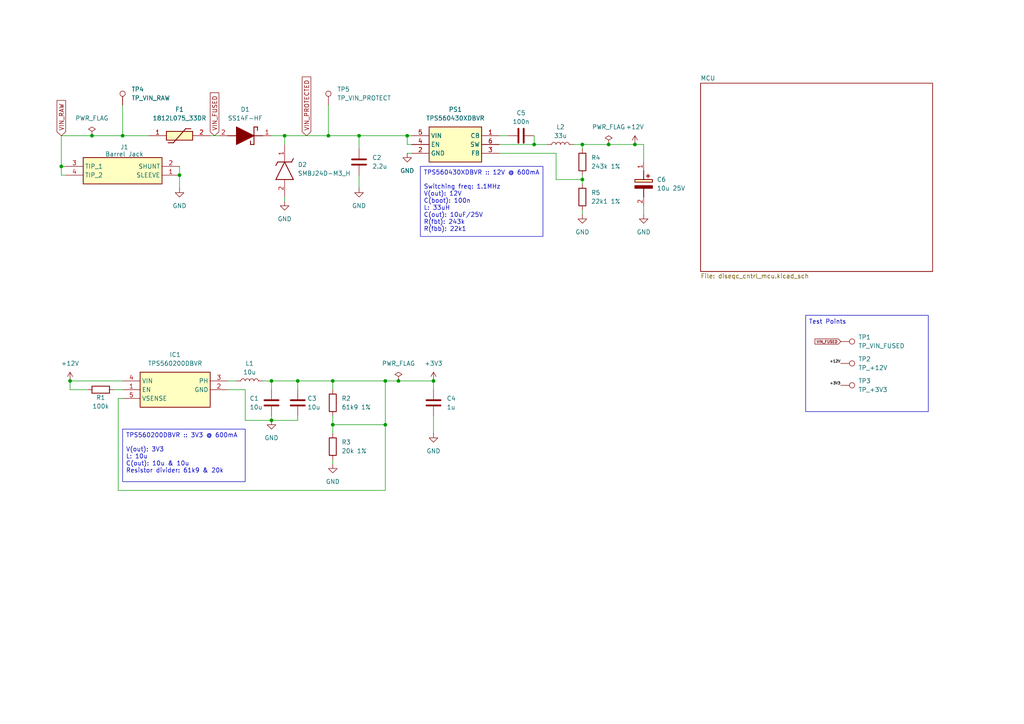
<source format=kicad_sch>
(kicad_sch
	(version 20250114)
	(generator "eeschema")
	(generator_version "9.0")
	(uuid "82a905d8-f1d7-4995-9c16-94cf3cdcaad9")
	(paper "A4")
	(title_block
		(title "DiSEqc Motor Control")
		(company "M0DMF ")
	)
	(lib_symbols
		(symbol "1812L075_33DR:1812L075_33DR"
			(pin_names
				(hide yes)
			)
			(exclude_from_sim no)
			(in_bom yes)
			(on_board yes)
			(property "Reference" "F"
				(at 13.97 6.35 0)
				(effects
					(font
						(size 1.27 1.27)
					)
					(justify left top)
				)
			)
			(property "Value" "1812L075_33DR"
				(at 13.97 3.81 0)
				(effects
					(font
						(size 1.27 1.27)
					)
					(justify left top)
				)
			)
			(property "Footprint" "1812L010DR"
				(at 13.97 -96.19 0)
				(effects
					(font
						(size 1.27 1.27)
					)
					(justify left top)
					(hide yes)
				)
			)
			(property "Datasheet" "http://www.littelfuse.com/~/media/electronics/datasheets/resettable_ptcs/littelfuse_ptc_1812l_datasheet.pdf.pdf"
				(at 13.97 -196.19 0)
				(effects
					(font
						(size 1.27 1.27)
					)
					(justify left top)
					(hide yes)
				)
			)
			(property "Description" "LITTELFUSE - 1812L075/33DR - POLYFUSE, PTC, 1812, 0.75A"
				(at 0 0 0)
				(effects
					(font
						(size 1.27 1.27)
					)
					(hide yes)
				)
			)
			(property "Height" "1.25"
				(at 13.97 -396.19 0)
				(effects
					(font
						(size 1.27 1.27)
					)
					(justify left top)
					(hide yes)
				)
			)
			(property "Mouser Part Number" "576-1812L075/33DR"
				(at 13.97 -496.19 0)
				(effects
					(font
						(size 1.27 1.27)
					)
					(justify left top)
					(hide yes)
				)
			)
			(property "Mouser Price/Stock" "https://www.mouser.co.uk/ProductDetail/Littelfuse/1812L075-33DR?qs=PWhpLWeW8wdORx1FutXGLw%3D%3D"
				(at 13.97 -596.19 0)
				(effects
					(font
						(size 1.27 1.27)
					)
					(justify left top)
					(hide yes)
				)
			)
			(property "Manufacturer_Name" "LITTELFUSE"
				(at 13.97 -696.19 0)
				(effects
					(font
						(size 1.27 1.27)
					)
					(justify left top)
					(hide yes)
				)
			)
			(property "Manufacturer_Part_Number" "1812L075/33DR"
				(at 13.97 -796.19 0)
				(effects
					(font
						(size 1.27 1.27)
					)
					(justify left top)
					(hide yes)
				)
			)
			(symbol "1812L075_33DR_1_1"
				(rectangle
					(start 5.08 1.27)
					(end 12.7 -1.27)
					(stroke
						(width 0.254)
						(type default)
					)
					(fill
						(type background)
					)
				)
				(polyline
					(pts
						(xy 5.588 -2.032) (xy 7.112 -2.032)
					)
					(stroke
						(width 0.254)
						(type default)
					)
					(fill
						(type none)
					)
				)
				(polyline
					(pts
						(xy 10.668 2.032) (xy 7.112 -2.032)
					)
					(stroke
						(width 0.254)
						(type default)
					)
					(fill
						(type none)
					)
				)
				(polyline
					(pts
						(xy 10.668 2.032) (xy 12.192 2.032)
					)
					(stroke
						(width 0.254)
						(type default)
					)
					(fill
						(type none)
					)
				)
				(pin passive line
					(at 0 0 0)
					(length 5.08)
					(name "1"
						(effects
							(font
								(size 1.27 1.27)
							)
						)
					)
					(number "1"
						(effects
							(font
								(size 1.27 1.27)
							)
						)
					)
				)
				(pin passive line
					(at 17.78 0 180)
					(length 5.08)
					(name "2"
						(effects
							(font
								(size 1.27 1.27)
							)
						)
					)
					(number "2"
						(effects
							(font
								(size 1.27 1.27)
							)
						)
					)
				)
			)
			(embedded_fonts no)
		)
		(symbol "Connector:TestPoint"
			(pin_numbers
				(hide yes)
			)
			(pin_names
				(offset 0.762)
				(hide yes)
			)
			(exclude_from_sim no)
			(in_bom yes)
			(on_board yes)
			(property "Reference" "TP"
				(at 0 6.858 0)
				(effects
					(font
						(size 1.27 1.27)
					)
				)
			)
			(property "Value" "TestPoint"
				(at 0 5.08 0)
				(effects
					(font
						(size 1.27 1.27)
					)
				)
			)
			(property "Footprint" ""
				(at 5.08 0 0)
				(effects
					(font
						(size 1.27 1.27)
					)
					(hide yes)
				)
			)
			(property "Datasheet" "~"
				(at 5.08 0 0)
				(effects
					(font
						(size 1.27 1.27)
					)
					(hide yes)
				)
			)
			(property "Description" "test point"
				(at 0 0 0)
				(effects
					(font
						(size 1.27 1.27)
					)
					(hide yes)
				)
			)
			(property "ki_keywords" "test point tp"
				(at 0 0 0)
				(effects
					(font
						(size 1.27 1.27)
					)
					(hide yes)
				)
			)
			(property "ki_fp_filters" "Pin* Test*"
				(at 0 0 0)
				(effects
					(font
						(size 1.27 1.27)
					)
					(hide yes)
				)
			)
			(symbol "TestPoint_0_1"
				(circle
					(center 0 3.302)
					(radius 0.762)
					(stroke
						(width 0)
						(type default)
					)
					(fill
						(type none)
					)
				)
			)
			(symbol "TestPoint_1_1"
				(pin passive line
					(at 0 0 90)
					(length 2.54)
					(name "1"
						(effects
							(font
								(size 1.27 1.27)
							)
						)
					)
					(number "1"
						(effects
							(font
								(size 1.27 1.27)
							)
						)
					)
				)
			)
			(embedded_fonts no)
		)
		(symbol "diseqc_cntrl:+12V"
			(power)
			(pin_numbers
				(hide yes)
			)
			(pin_names
				(offset 0)
				(hide yes)
			)
			(exclude_from_sim no)
			(in_bom yes)
			(on_board yes)
			(property "Reference" "#PWR"
				(at 0 -3.81 0)
				(effects
					(font
						(size 1.27 1.27)
					)
					(hide yes)
				)
			)
			(property "Value" "+12V"
				(at 0 3.556 0)
				(effects
					(font
						(size 1.27 1.27)
					)
				)
			)
			(property "Footprint" ""
				(at 0 0 0)
				(effects
					(font
						(size 1.27 1.27)
					)
					(hide yes)
				)
			)
			(property "Datasheet" ""
				(at 0 0 0)
				(effects
					(font
						(size 1.27 1.27)
					)
					(hide yes)
				)
			)
			(property "Description" "Power symbol creates a global label with name \"+12V\""
				(at 0 0 0)
				(effects
					(font
						(size 1.27 1.27)
					)
					(hide yes)
				)
			)
			(property "ki_keywords" "global power"
				(at 0 0 0)
				(effects
					(font
						(size 1.27 1.27)
					)
					(hide yes)
				)
			)
			(symbol "+12V_0_1"
				(polyline
					(pts
						(xy -0.762 1.27) (xy 0 2.54)
					)
					(stroke
						(width 0)
						(type default)
					)
					(fill
						(type none)
					)
				)
				(polyline
					(pts
						(xy 0 2.54) (xy 0.762 1.27)
					)
					(stroke
						(width 0)
						(type default)
					)
					(fill
						(type none)
					)
				)
				(polyline
					(pts
						(xy 0 0) (xy 0 2.54)
					)
					(stroke
						(width 0)
						(type default)
					)
					(fill
						(type none)
					)
				)
			)
			(symbol "+12V_1_1"
				(pin power_in line
					(at 0 0 90)
					(length 0)
					(name "~"
						(effects
							(font
								(size 1.27 1.27)
							)
						)
					)
					(number "1"
						(effects
							(font
								(size 1.27 1.27)
							)
						)
					)
				)
			)
			(embedded_fonts no)
		)
		(symbol "diseqc_cntrl:+3V3"
			(power)
			(pin_numbers
				(hide yes)
			)
			(pin_names
				(offset 0)
				(hide yes)
			)
			(exclude_from_sim no)
			(in_bom yes)
			(on_board yes)
			(property "Reference" "#PWR"
				(at 0 -3.81 0)
				(effects
					(font
						(size 1.27 1.27)
					)
					(hide yes)
				)
			)
			(property "Value" "+3V3"
				(at 0 3.556 0)
				(effects
					(font
						(size 1.27 1.27)
					)
				)
			)
			(property "Footprint" ""
				(at 0 0 0)
				(effects
					(font
						(size 1.27 1.27)
					)
					(hide yes)
				)
			)
			(property "Datasheet" ""
				(at 0 0 0)
				(effects
					(font
						(size 1.27 1.27)
					)
					(hide yes)
				)
			)
			(property "Description" "Power symbol creates a global label with name \"+3V3\""
				(at 0 0 0)
				(effects
					(font
						(size 1.27 1.27)
					)
					(hide yes)
				)
			)
			(property "ki_keywords" "global power"
				(at 0 0 0)
				(effects
					(font
						(size 1.27 1.27)
					)
					(hide yes)
				)
			)
			(symbol "+3V3_0_1"
				(polyline
					(pts
						(xy -0.762 1.27) (xy 0 2.54)
					)
					(stroke
						(width 0)
						(type default)
					)
					(fill
						(type none)
					)
				)
				(polyline
					(pts
						(xy 0 2.54) (xy 0.762 1.27)
					)
					(stroke
						(width 0)
						(type default)
					)
					(fill
						(type none)
					)
				)
				(polyline
					(pts
						(xy 0 0) (xy 0 2.54)
					)
					(stroke
						(width 0)
						(type default)
					)
					(fill
						(type none)
					)
				)
			)
			(symbol "+3V3_1_1"
				(pin power_in line
					(at 0 0 90)
					(length 0)
					(name "~"
						(effects
							(font
								(size 1.27 1.27)
							)
						)
					)
					(number "1"
						(effects
							(font
								(size 1.27 1.27)
							)
						)
					)
				)
			)
			(embedded_fonts no)
		)
		(symbol "diseqc_cntrl:865080440002"
			(pin_names
				(hide yes)
			)
			(exclude_from_sim no)
			(in_bom yes)
			(on_board yes)
			(property "Reference" "C"
				(at 8.89 6.35 0)
				(effects
					(font
						(size 1.27 1.27)
					)
					(justify left top)
				)
			)
			(property "Value" "865080440002"
				(at 8.89 3.81 0)
				(effects
					(font
						(size 1.27 1.27)
					)
					(justify left top)
				)
			)
			(property "Footprint" "CAPAE400X550N"
				(at 8.89 -96.19 0)
				(effects
					(font
						(size 1.27 1.27)
					)
					(justify left top)
					(hide yes)
				)
			)
			(property "Datasheet" "https://www.we-online.com/components/products/download/3D_WCAP-ASLI_4x5+%28rev1%29.pdf"
				(at 8.89 -196.19 0)
				(effects
					(font
						(size 1.27 1.27)
					)
					(justify left top)
					(hide yes)
				)
			)
			(property "Description" "WCAP-ASLI Aluminum Electrolytic Capacitors ASEB055100M025DVCTAB000; SMT V-Chip; 10 F +/- 20%; 25 V(DC); 2000 h; -55C / +105C; size DxL 4.0 x 5.5; Max. Iripple 85 mA @100 kHz; LC 3 A; DF 14 %"
				(at 0 0 0)
				(effects
					(font
						(size 1.27 1.27)
					)
					(hide yes)
				)
			)
			(property "Height" "5.5"
				(at 8.89 -396.19 0)
				(effects
					(font
						(size 1.27 1.27)
					)
					(justify left top)
					(hide yes)
				)
			)
			(property "Mouser Part Number" "710-865080440002"
				(at 8.89 -496.19 0)
				(effects
					(font
						(size 1.27 1.27)
					)
					(justify left top)
					(hide yes)
				)
			)
			(property "Mouser Price/Stock" "https://www.mouser.co.uk/ProductDetail/Wurth-Elektronik/865080440002?qs=0KOYDY2FL2%2FXvxJ7qSnXzw%3D%3D"
				(at 8.89 -596.19 0)
				(effects
					(font
						(size 1.27 1.27)
					)
					(justify left top)
					(hide yes)
				)
			)
			(property "Manufacturer_Name" "Wurth Elektronik"
				(at 8.89 -696.19 0)
				(effects
					(font
						(size 1.27 1.27)
					)
					(justify left top)
					(hide yes)
				)
			)
			(property "Manufacturer_Part_Number" "865080440002"
				(at 8.89 -796.19 0)
				(effects
					(font
						(size 1.27 1.27)
					)
					(justify left top)
					(hide yes)
				)
			)
			(symbol "865080440002_1_1"
				(polyline
					(pts
						(xy 2.54 0) (xy 5.08 0)
					)
					(stroke
						(width 0.254)
						(type default)
					)
					(fill
						(type none)
					)
				)
				(polyline
					(pts
						(xy 4.064 1.778) (xy 4.064 0.762)
					)
					(stroke
						(width 0.254)
						(type default)
					)
					(fill
						(type none)
					)
				)
				(polyline
					(pts
						(xy 4.572 1.27) (xy 3.556 1.27)
					)
					(stroke
						(width 0.254)
						(type default)
					)
					(fill
						(type none)
					)
				)
				(rectangle
					(start 5.08 2.54)
					(end 5.842 -2.54)
					(stroke
						(width 0.254)
						(type default)
					)
					(fill
						(type background)
					)
				)
				(polyline
					(pts
						(xy 7.62 2.54) (xy 7.62 -2.54) (xy 6.858 -2.54) (xy 6.858 2.54) (xy 7.62 2.54)
					)
					(stroke
						(width 0.254)
						(type default)
					)
					(fill
						(type outline)
					)
				)
				(polyline
					(pts
						(xy 7.62 0) (xy 10.16 0)
					)
					(stroke
						(width 0.254)
						(type default)
					)
					(fill
						(type none)
					)
				)
				(pin passive line
					(at 0 0 0)
					(length 2.54)
					(name "+"
						(effects
							(font
								(size 1.27 1.27)
							)
						)
					)
					(number "1"
						(effects
							(font
								(size 1.27 1.27)
							)
						)
					)
				)
				(pin passive line
					(at 12.7 0 180)
					(length 2.54)
					(name "-"
						(effects
							(font
								(size 1.27 1.27)
							)
						)
					)
					(number "2"
						(effects
							(font
								(size 1.27 1.27)
							)
						)
					)
				)
			)
			(embedded_fonts no)
		)
		(symbol "diseqc_cntrl:C"
			(pin_numbers
				(hide yes)
			)
			(pin_names
				(offset 0.254)
			)
			(exclude_from_sim no)
			(in_bom yes)
			(on_board yes)
			(property "Reference" "C"
				(at 0.635 2.54 0)
				(effects
					(font
						(size 1.27 1.27)
					)
					(justify left)
				)
			)
			(property "Value" "C"
				(at 0.635 -2.54 0)
				(effects
					(font
						(size 1.27 1.27)
					)
					(justify left)
				)
			)
			(property "Footprint" ""
				(at 0.9652 -3.81 0)
				(effects
					(font
						(size 1.27 1.27)
					)
					(hide yes)
				)
			)
			(property "Datasheet" "~"
				(at 0 0 0)
				(effects
					(font
						(size 1.27 1.27)
					)
					(hide yes)
				)
			)
			(property "Description" "Unpolarized capacitor"
				(at 0 0 0)
				(effects
					(font
						(size 1.27 1.27)
					)
					(hide yes)
				)
			)
			(property "ki_keywords" "cap capacitor"
				(at 0 0 0)
				(effects
					(font
						(size 1.27 1.27)
					)
					(hide yes)
				)
			)
			(property "ki_fp_filters" "C_*"
				(at 0 0 0)
				(effects
					(font
						(size 1.27 1.27)
					)
					(hide yes)
				)
			)
			(symbol "C_0_1"
				(polyline
					(pts
						(xy -2.032 0.762) (xy 2.032 0.762)
					)
					(stroke
						(width 0.508)
						(type default)
					)
					(fill
						(type none)
					)
				)
				(polyline
					(pts
						(xy -2.032 -0.762) (xy 2.032 -0.762)
					)
					(stroke
						(width 0.508)
						(type default)
					)
					(fill
						(type none)
					)
				)
			)
			(symbol "C_1_1"
				(pin passive line
					(at 0 3.81 270)
					(length 2.794)
					(name "~"
						(effects
							(font
								(size 1.27 1.27)
							)
						)
					)
					(number "1"
						(effects
							(font
								(size 1.27 1.27)
							)
						)
					)
				)
				(pin passive line
					(at 0 -3.81 90)
					(length 2.794)
					(name "~"
						(effects
							(font
								(size 1.27 1.27)
							)
						)
					)
					(number "2"
						(effects
							(font
								(size 1.27 1.27)
							)
						)
					)
				)
			)
			(embedded_fonts no)
		)
		(symbol "diseqc_cntrl:GND"
			(power)
			(pin_numbers
				(hide yes)
			)
			(pin_names
				(offset 0)
				(hide yes)
			)
			(exclude_from_sim no)
			(in_bom yes)
			(on_board yes)
			(property "Reference" "#PWR"
				(at 0 -6.35 0)
				(effects
					(font
						(size 1.27 1.27)
					)
					(hide yes)
				)
			)
			(property "Value" "GND"
				(at 0 -3.81 0)
				(effects
					(font
						(size 1.27 1.27)
					)
				)
			)
			(property "Footprint" ""
				(at 0 0 0)
				(effects
					(font
						(size 1.27 1.27)
					)
					(hide yes)
				)
			)
			(property "Datasheet" ""
				(at 0 0 0)
				(effects
					(font
						(size 1.27 1.27)
					)
					(hide yes)
				)
			)
			(property "Description" "Power symbol creates a global label with name \"GND\" , ground"
				(at 0 0 0)
				(effects
					(font
						(size 1.27 1.27)
					)
					(hide yes)
				)
			)
			(property "ki_keywords" "global power"
				(at 0 0 0)
				(effects
					(font
						(size 1.27 1.27)
					)
					(hide yes)
				)
			)
			(symbol "GND_0_1"
				(polyline
					(pts
						(xy 0 0) (xy 0 -1.27) (xy 1.27 -1.27) (xy 0 -2.54) (xy -1.27 -1.27) (xy 0 -1.27)
					)
					(stroke
						(width 0)
						(type default)
					)
					(fill
						(type none)
					)
				)
			)
			(symbol "GND_1_1"
				(pin power_in line
					(at 0 0 270)
					(length 0)
					(name "~"
						(effects
							(font
								(size 1.27 1.27)
							)
						)
					)
					(number "1"
						(effects
							(font
								(size 1.27 1.27)
							)
						)
					)
				)
			)
			(embedded_fonts no)
		)
		(symbol "diseqc_cntrl:L"
			(pin_numbers
				(hide yes)
			)
			(pin_names
				(offset 1.016)
				(hide yes)
			)
			(exclude_from_sim no)
			(in_bom yes)
			(on_board yes)
			(property "Reference" "L"
				(at -1.27 0 90)
				(effects
					(font
						(size 1.27 1.27)
					)
				)
			)
			(property "Value" "L"
				(at 1.905 0 90)
				(effects
					(font
						(size 1.27 1.27)
					)
				)
			)
			(property "Footprint" ""
				(at 0 0 0)
				(effects
					(font
						(size 1.27 1.27)
					)
					(hide yes)
				)
			)
			(property "Datasheet" "~"
				(at 0 0 0)
				(effects
					(font
						(size 1.27 1.27)
					)
					(hide yes)
				)
			)
			(property "Description" "Inductor"
				(at 0 0 0)
				(effects
					(font
						(size 1.27 1.27)
					)
					(hide yes)
				)
			)
			(property "ki_keywords" "inductor choke coil reactor magnetic"
				(at 0 0 0)
				(effects
					(font
						(size 1.27 1.27)
					)
					(hide yes)
				)
			)
			(property "ki_fp_filters" "Choke_* *Coil* Inductor_* L_*"
				(at 0 0 0)
				(effects
					(font
						(size 1.27 1.27)
					)
					(hide yes)
				)
			)
			(symbol "L_0_1"
				(arc
					(start 0 2.54)
					(mid 0.6323 1.905)
					(end 0 1.27)
					(stroke
						(width 0)
						(type default)
					)
					(fill
						(type none)
					)
				)
				(arc
					(start 0 1.27)
					(mid 0.6323 0.635)
					(end 0 0)
					(stroke
						(width 0)
						(type default)
					)
					(fill
						(type none)
					)
				)
				(arc
					(start 0 0)
					(mid 0.6323 -0.635)
					(end 0 -1.27)
					(stroke
						(width 0)
						(type default)
					)
					(fill
						(type none)
					)
				)
				(arc
					(start 0 -1.27)
					(mid 0.6323 -1.905)
					(end 0 -2.54)
					(stroke
						(width 0)
						(type default)
					)
					(fill
						(type none)
					)
				)
			)
			(symbol "L_1_1"
				(pin passive line
					(at 0 3.81 270)
					(length 1.27)
					(name "1"
						(effects
							(font
								(size 1.27 1.27)
							)
						)
					)
					(number "1"
						(effects
							(font
								(size 1.27 1.27)
							)
						)
					)
				)
				(pin passive line
					(at 0 -3.81 90)
					(length 1.27)
					(name "2"
						(effects
							(font
								(size 1.27 1.27)
							)
						)
					)
					(number "2"
						(effects
							(font
								(size 1.27 1.27)
							)
						)
					)
				)
			)
			(embedded_fonts no)
		)
		(symbol "diseqc_cntrl:PWR_FLAG"
			(power)
			(pin_numbers
				(hide yes)
			)
			(pin_names
				(offset 0)
				(hide yes)
			)
			(exclude_from_sim no)
			(in_bom yes)
			(on_board yes)
			(property "Reference" "#FLG"
				(at 0 1.905 0)
				(effects
					(font
						(size 1.27 1.27)
					)
					(hide yes)
				)
			)
			(property "Value" "PWR_FLAG"
				(at 0 3.81 0)
				(effects
					(font
						(size 1.27 1.27)
					)
				)
			)
			(property "Footprint" ""
				(at 0 0 0)
				(effects
					(font
						(size 1.27 1.27)
					)
					(hide yes)
				)
			)
			(property "Datasheet" "~"
				(at 0 0 0)
				(effects
					(font
						(size 1.27 1.27)
					)
					(hide yes)
				)
			)
			(property "Description" "Special symbol for telling ERC where power comes from"
				(at 0 0 0)
				(effects
					(font
						(size 1.27 1.27)
					)
					(hide yes)
				)
			)
			(property "ki_keywords" "flag power"
				(at 0 0 0)
				(effects
					(font
						(size 1.27 1.27)
					)
					(hide yes)
				)
			)
			(symbol "PWR_FLAG_0_0"
				(pin power_out line
					(at 0 0 90)
					(length 0)
					(name "~"
						(effects
							(font
								(size 1.27 1.27)
							)
						)
					)
					(number "1"
						(effects
							(font
								(size 1.27 1.27)
							)
						)
					)
				)
			)
			(symbol "PWR_FLAG_0_1"
				(polyline
					(pts
						(xy 0 0) (xy 0 1.27) (xy -1.016 1.905) (xy 0 2.54) (xy 1.016 1.905) (xy 0 1.27)
					)
					(stroke
						(width 0)
						(type default)
					)
					(fill
						(type none)
					)
				)
			)
			(embedded_fonts no)
		)
		(symbol "diseqc_cntrl:R"
			(pin_numbers
				(hide yes)
			)
			(pin_names
				(offset 0)
			)
			(exclude_from_sim no)
			(in_bom yes)
			(on_board yes)
			(property "Reference" "R"
				(at 2.032 0 90)
				(effects
					(font
						(size 1.27 1.27)
					)
				)
			)
			(property "Value" "R"
				(at 0 0 90)
				(effects
					(font
						(size 1.27 1.27)
					)
				)
			)
			(property "Footprint" ""
				(at -1.778 0 90)
				(effects
					(font
						(size 1.27 1.27)
					)
					(hide yes)
				)
			)
			(property "Datasheet" "~"
				(at 0 0 0)
				(effects
					(font
						(size 1.27 1.27)
					)
					(hide yes)
				)
			)
			(property "Description" "Resistor"
				(at 0 0 0)
				(effects
					(font
						(size 1.27 1.27)
					)
					(hide yes)
				)
			)
			(property "ki_keywords" "R res resistor"
				(at 0 0 0)
				(effects
					(font
						(size 1.27 1.27)
					)
					(hide yes)
				)
			)
			(property "ki_fp_filters" "R_*"
				(at 0 0 0)
				(effects
					(font
						(size 1.27 1.27)
					)
					(hide yes)
				)
			)
			(symbol "R_0_1"
				(rectangle
					(start -1.016 -2.54)
					(end 1.016 2.54)
					(stroke
						(width 0.254)
						(type default)
					)
					(fill
						(type none)
					)
				)
			)
			(symbol "R_1_1"
				(pin passive line
					(at 0 3.81 270)
					(length 1.27)
					(name "~"
						(effects
							(font
								(size 1.27 1.27)
							)
						)
					)
					(number "1"
						(effects
							(font
								(size 1.27 1.27)
							)
						)
					)
				)
				(pin passive line
					(at 0 -3.81 90)
					(length 1.27)
					(name "~"
						(effects
							(font
								(size 1.27 1.27)
							)
						)
					)
					(number "2"
						(effects
							(font
								(size 1.27 1.27)
							)
						)
					)
				)
			)
			(embedded_fonts no)
		)
		(symbol "diseqc_cntrl:RASM742TRX"
			(exclude_from_sim no)
			(in_bom yes)
			(on_board yes)
			(property "Reference" "J"
				(at 29.21 7.62 0)
				(effects
					(font
						(size 1.27 1.27)
					)
					(justify left top)
				)
			)
			(property "Value" "RASM742TRX"
				(at 29.21 5.08 0)
				(effects
					(font
						(size 1.27 1.27)
					)
					(justify left top)
				)
			)
			(property "Footprint" "RASM742TRX"
				(at 29.21 -94.92 0)
				(effects
					(font
						(size 1.27 1.27)
					)
					(justify left top)
					(hide yes)
				)
			)
			(property "Datasheet" "https://www.switchcraft.com/assets/1/24/rasm742trx_cd.pdf?4758"
				(at 29.21 -194.92 0)
				(effects
					(font
						(size 1.27 1.27)
					)
					(justify left top)
					(hide yes)
				)
			)
			(property "Description" "Power Barrel Connector Jack 1.05mm ID (0.041\"), 3.50mm OD (0.138\") Surface Mount, Right Angle"
				(at 0 0 0)
				(effects
					(font
						(size 1.27 1.27)
					)
					(hide yes)
				)
			)
			(property "Height" "5.334"
				(at 29.21 -394.92 0)
				(effects
					(font
						(size 1.27 1.27)
					)
					(justify left top)
					(hide yes)
				)
			)
			(property "Mouser Part Number" "502-RASM742TRX"
				(at 29.21 -494.92 0)
				(effects
					(font
						(size 1.27 1.27)
					)
					(justify left top)
					(hide yes)
				)
			)
			(property "Mouser Price/Stock" "https://www.mouser.co.uk/ProductDetail/Switchcraft/RASM742TRX?qs=mcPJWgAPNrdcPY6U4InXHg%3D%3D"
				(at 29.21 -594.92 0)
				(effects
					(font
						(size 1.27 1.27)
					)
					(justify left top)
					(hide yes)
				)
			)
			(property "Manufacturer_Name" "Switchcraft"
				(at 29.21 -694.92 0)
				(effects
					(font
						(size 1.27 1.27)
					)
					(justify left top)
					(hide yes)
				)
			)
			(property "Manufacturer_Part_Number" "RASM742TRX"
				(at 29.21 -794.92 0)
				(effects
					(font
						(size 1.27 1.27)
					)
					(justify left top)
					(hide yes)
				)
			)
			(symbol "RASM742TRX_1_1"
				(rectangle
					(start 5.08 2.54)
					(end 27.94 -5.08)
					(stroke
						(width 0.254)
						(type default)
					)
					(fill
						(type background)
					)
				)
				(pin passive line
					(at 0 0 0)
					(length 5.08)
					(name "SLEEVE"
						(effects
							(font
								(size 1.27 1.27)
							)
						)
					)
					(number "1"
						(effects
							(font
								(size 1.27 1.27)
							)
						)
					)
				)
				(pin passive line
					(at 0 -2.54 0)
					(length 5.08)
					(name "SHUNT"
						(effects
							(font
								(size 1.27 1.27)
							)
						)
					)
					(number "2"
						(effects
							(font
								(size 1.27 1.27)
							)
						)
					)
				)
				(pin passive line
					(at 33.02 0 180)
					(length 5.08)
					(name "TIP_2"
						(effects
							(font
								(size 1.27 1.27)
							)
						)
					)
					(number "4"
						(effects
							(font
								(size 1.27 1.27)
							)
						)
					)
				)
				(pin passive line
					(at 33.02 -2.54 180)
					(length 5.08)
					(name "TIP_1"
						(effects
							(font
								(size 1.27 1.27)
							)
						)
					)
					(number "3"
						(effects
							(font
								(size 1.27 1.27)
							)
						)
					)
				)
			)
			(embedded_fonts no)
		)
		(symbol "diseqc_cntrl:SMBJ24D-M3_H"
			(pin_names
				(hide yes)
			)
			(exclude_from_sim no)
			(in_bom yes)
			(on_board yes)
			(property "Reference" "D"
				(at 10.16 8.89 0)
				(effects
					(font
						(size 1.27 1.27)
					)
					(justify left bottom)
				)
			)
			(property "Value" "SMBJ24D-M3_H"
				(at 10.16 6.35 0)
				(effects
					(font
						(size 1.27 1.27)
					)
					(justify left bottom)
				)
			)
			(property "Footprint" "DIOM5436X244N"
				(at 10.16 -93.65 0)
				(effects
					(font
						(size 1.27 1.27)
					)
					(justify left bottom)
					(hide yes)
				)
			)
			(property "Datasheet" "https://www.vishay.com/docs/87606/smbj5cdthrusmbj120cd.pdf"
				(at 10.16 -193.65 0)
				(effects
					(font
						(size 1.27 1.27)
					)
					(justify left bottom)
					(hide yes)
				)
			)
			(property "Description" "Vishay SMBJ24D-M3/H, Uni-Directional TVS Diode, 600W, 2-Pin DO-214AA"
				(at 0 0 0)
				(effects
					(font
						(size 1.27 1.27)
					)
					(hide yes)
				)
			)
			(property "Height" "2.44"
				(at 10.16 -393.65 0)
				(effects
					(font
						(size 1.27 1.27)
					)
					(justify left bottom)
					(hide yes)
				)
			)
			(property "Mouser Part Number" "78-SMBJ24D-M3H"
				(at 10.16 -493.65 0)
				(effects
					(font
						(size 1.27 1.27)
					)
					(justify left bottom)
					(hide yes)
				)
			)
			(property "Mouser Price/Stock" "https://www.mouser.co.uk/ProductDetail/Vishay-General-Semiconductor/SMBJ24D-M3-H?qs=gNX%2FqcWHaklVZodqqN9ClA%3D%3D"
				(at 10.16 -593.65 0)
				(effects
					(font
						(size 1.27 1.27)
					)
					(justify left bottom)
					(hide yes)
				)
			)
			(property "Manufacturer_Name" "Vishay"
				(at 10.16 -693.65 0)
				(effects
					(font
						(size 1.27 1.27)
					)
					(justify left bottom)
					(hide yes)
				)
			)
			(property "Manufacturer_Part_Number" "SMBJ24D-M3/H"
				(at 10.16 -793.65 0)
				(effects
					(font
						(size 1.27 1.27)
					)
					(justify left bottom)
					(hide yes)
				)
			)
			(symbol "SMBJ24D-M3_H_1_1"
				(polyline
					(pts
						(xy 4.064 2.54) (xy 5.08 2.032)
					)
					(stroke
						(width 0.254)
						(type default)
					)
					(fill
						(type none)
					)
				)
				(polyline
					(pts
						(xy 5.08 0) (xy 10.16 2.54)
					)
					(stroke
						(width 0.254)
						(type default)
					)
					(fill
						(type none)
					)
				)
				(polyline
					(pts
						(xy 5.08 -2.032) (xy 5.08 2.032)
					)
					(stroke
						(width 0.254)
						(type default)
					)
					(fill
						(type none)
					)
				)
				(polyline
					(pts
						(xy 5.08 -2.032) (xy 6.096 -2.54)
					)
					(stroke
						(width 0.254)
						(type default)
					)
					(fill
						(type none)
					)
				)
				(polyline
					(pts
						(xy 10.16 -2.54) (xy 5.08 0)
					)
					(stroke
						(width 0.254)
						(type default)
					)
					(fill
						(type none)
					)
				)
				(polyline
					(pts
						(xy 10.16 -2.54) (xy 10.16 2.54)
					)
					(stroke
						(width 0.254)
						(type default)
					)
					(fill
						(type none)
					)
				)
				(pin passive line
					(at 0 0 0)
					(length 5.08)
					(name "K"
						(effects
							(font
								(size 1.27 1.27)
							)
						)
					)
					(number "1"
						(effects
							(font
								(size 1.27 1.27)
							)
						)
					)
				)
				(pin passive line
					(at 15.24 0 180)
					(length 5.08)
					(name "A"
						(effects
							(font
								(size 1.27 1.27)
							)
						)
					)
					(number "2"
						(effects
							(font
								(size 1.27 1.27)
							)
						)
					)
				)
			)
			(embedded_fonts no)
		)
		(symbol "diseqc_cntrl:SS14F-HF"
			(pin_names
				(hide yes)
			)
			(exclude_from_sim no)
			(in_bom yes)
			(on_board yes)
			(property "Reference" "D"
				(at 12.7 8.89 0)
				(effects
					(font
						(size 1.27 1.27)
					)
					(justify left top)
				)
			)
			(property "Value" "SS14F-HF"
				(at 12.7 6.35 0)
				(effects
					(font
						(size 1.27 1.27)
					)
					(justify left top)
				)
			)
			(property "Footprint" "SODFL4626X120N"
				(at 12.7 -93.65 0)
				(effects
					(font
						(size 1.27 1.27)
					)
					(justify left top)
					(hide yes)
				)
			)
			(property "Datasheet" "https://www.mouser.it/datasheet/2/80/20190806172716-1729195.pdf"
				(at 12.7 -193.65 0)
				(effects
					(font
						(size 1.27 1.27)
					)
					(justify left top)
					(hide yes)
				)
			)
			(property "Description" "Schottky Diodes & Rectifiers DIODE SCHOTTKY 1A 40V SMAF"
				(at 0 0 0)
				(effects
					(font
						(size 1.27 1.27)
					)
					(hide yes)
				)
			)
			(property "Height" "1.2"
				(at 12.7 -393.65 0)
				(effects
					(font
						(size 1.27 1.27)
					)
					(justify left top)
					(hide yes)
				)
			)
			(property "Mouser Part Number" "750-SS14F-HF"
				(at 12.7 -493.65 0)
				(effects
					(font
						(size 1.27 1.27)
					)
					(justify left top)
					(hide yes)
				)
			)
			(property "Mouser Price/Stock" "https://www.mouser.co.uk/ProductDetail/Comchip-Technology/SS14F-HF?qs=GBLSl2AkirtgfTSiCdT86Q%3D%3D"
				(at 12.7 -593.65 0)
				(effects
					(font
						(size 1.27 1.27)
					)
					(justify left top)
					(hide yes)
				)
			)
			(property "Manufacturer_Name" "Comchip Technology"
				(at 12.7 -693.65 0)
				(effects
					(font
						(size 1.27 1.27)
					)
					(justify left top)
					(hide yes)
				)
			)
			(property "Manufacturer_Part_Number" "SS14F-HF"
				(at 12.7 -793.65 0)
				(effects
					(font
						(size 1.27 1.27)
					)
					(justify left top)
					(hide yes)
				)
			)
			(symbol "SS14F-HF_1_1"
				(polyline
					(pts
						(xy 5.08 0) (xy 7.62 0)
					)
					(stroke
						(width 0.254)
						(type default)
					)
					(fill
						(type none)
					)
				)
				(polyline
					(pts
						(xy 6.604 -1.524) (xy 6.604 -2.54)
					)
					(stroke
						(width 0.254)
						(type default)
					)
					(fill
						(type none)
					)
				)
				(polyline
					(pts
						(xy 7.62 2.54) (xy 7.62 -2.54)
					)
					(stroke
						(width 0.254)
						(type default)
					)
					(fill
						(type none)
					)
				)
				(polyline
					(pts
						(xy 7.62 2.54) (xy 8.636 2.54)
					)
					(stroke
						(width 0.254)
						(type default)
					)
					(fill
						(type none)
					)
				)
				(polyline
					(pts
						(xy 7.62 0) (xy 12.7 2.54) (xy 12.7 -2.54) (xy 7.62 0)
					)
					(stroke
						(width 0.254)
						(type default)
					)
					(fill
						(type outline)
					)
				)
				(polyline
					(pts
						(xy 7.62 -2.54) (xy 6.604 -2.54)
					)
					(stroke
						(width 0.254)
						(type default)
					)
					(fill
						(type none)
					)
				)
				(polyline
					(pts
						(xy 8.636 1.524) (xy 8.636 2.54)
					)
					(stroke
						(width 0.254)
						(type default)
					)
					(fill
						(type none)
					)
				)
				(polyline
					(pts
						(xy 12.7 0) (xy 15.24 0)
					)
					(stroke
						(width 0.254)
						(type default)
					)
					(fill
						(type none)
					)
				)
				(pin passive line
					(at 2.54 0 0)
					(length 2.54)
					(name "K"
						(effects
							(font
								(size 1.27 1.27)
							)
						)
					)
					(number "1"
						(effects
							(font
								(size 1.27 1.27)
							)
						)
					)
				)
				(pin passive line
					(at 17.78 0 180)
					(length 2.54)
					(name "A"
						(effects
							(font
								(size 1.27 1.27)
							)
						)
					)
					(number "2"
						(effects
							(font
								(size 1.27 1.27)
							)
						)
					)
				)
			)
			(embedded_fonts no)
		)
		(symbol "diseqc_cntrl:TPS560200DBVR"
			(exclude_from_sim no)
			(in_bom yes)
			(on_board yes)
			(property "Reference" "IC2"
				(at 15.24 -12.7 0)
				(effects
					(font
						(size 1.27 1.27)
					)
				)
			)
			(property "Value" "TPS560200DBVR"
				(at 15.24 -10.16 0)
				(effects
					(font
						(size 1.27 1.27)
					)
				)
			)
			(property "Footprint" "LIB_TPS560200DBVR:SOT95P280X145-5N"
				(at 26.67 -94.92 0)
				(effects
					(font
						(size 1.27 1.27)
					)
					(justify left top)
					(hide yes)
				)
			)
			(property "Datasheet" "http://www.ti.com/lit/gpn/tps560200"
				(at 26.67 -194.92 0)
				(effects
					(font
						(size 1.27 1.27)
					)
					(justify left top)
					(hide yes)
				)
			)
			(property "Description" "17V Input, 500mA Synchronous Step-Down Regulator in SOT-23 with Advanced Eco-Mode&#153;"
				(at 0 0 0)
				(effects
					(font
						(size 1.27 1.27)
					)
					(hide yes)
				)
			)
			(property "Height" "1.45"
				(at 26.67 -394.92 0)
				(effects
					(font
						(size 1.27 1.27)
					)
					(justify left top)
					(hide yes)
				)
			)
			(property "Mouser Part Number" "595-TPS560200DBVR"
				(at 26.67 -494.92 0)
				(effects
					(font
						(size 1.27 1.27)
					)
					(justify left top)
					(hide yes)
				)
			)
			(property "Mouser Price/Stock" "https://www.mouser.co.uk/ProductDetail/Texas-Instruments/TPS560200DBVR?qs=igp4D3uu33JvyBesN3zBxg%3D%3D"
				(at 26.67 -594.92 0)
				(effects
					(font
						(size 1.27 1.27)
					)
					(justify left top)
					(hide yes)
				)
			)
			(property "Manufacturer_Name" "Texas Instruments"
				(at 26.67 -694.92 0)
				(effects
					(font
						(size 1.27 1.27)
					)
					(justify left top)
					(hide yes)
				)
			)
			(property "Manufacturer_Part_Number" "TPS560200DBVR"
				(at 26.67 -794.92 0)
				(effects
					(font
						(size 1.27 1.27)
					)
					(justify left top)
					(hide yes)
				)
			)
			(symbol "TPS560200DBVR_1_1"
				(rectangle
					(start 5.08 2.54)
					(end 25.4 -7.62)
					(stroke
						(width 0.254)
						(type default)
					)
					(fill
						(type background)
					)
				)
				(pin passive line
					(at 0 -2.54 0)
					(length 5.08)
					(name "GND"
						(effects
							(font
								(size 1.27 1.27)
							)
						)
					)
					(number "2"
						(effects
							(font
								(size 1.27 1.27)
							)
						)
					)
				)
				(pin passive line
					(at 0 -5.08 0)
					(length 5.08)
					(name "PH"
						(effects
							(font
								(size 1.27 1.27)
							)
						)
					)
					(number "3"
						(effects
							(font
								(size 1.27 1.27)
							)
						)
					)
				)
				(pin passive line
					(at 30.48 0 180)
					(length 5.08)
					(name "VSENSE"
						(effects
							(font
								(size 1.27 1.27)
							)
						)
					)
					(number "5"
						(effects
							(font
								(size 1.27 1.27)
							)
						)
					)
				)
				(pin passive line
					(at 30.48 -2.54 180)
					(length 5.08)
					(name "EN"
						(effects
							(font
								(size 1.27 1.27)
							)
						)
					)
					(number "1"
						(effects
							(font
								(size 1.27 1.27)
							)
						)
					)
				)
				(pin passive line
					(at 30.48 -5.08 180)
					(length 5.08)
					(name "VIN"
						(effects
							(font
								(size 1.27 1.27)
							)
						)
					)
					(number "4"
						(effects
							(font
								(size 1.27 1.27)
							)
						)
					)
				)
			)
			(embedded_fonts no)
		)
		(symbol "tps5604:TPS560430XDBVR"
			(exclude_from_sim no)
			(in_bom yes)
			(on_board yes)
			(property "Reference" "PS1"
				(at 12.7 -12.7 0)
				(effects
					(font
						(size 1.27 1.27)
					)
				)
			)
			(property "Value" "TPS560430XDBVR"
				(at 12.7 -10.16 0)
				(effects
					(font
						(size 1.27 1.27)
					)
				)
			)
			(property "Footprint" "SOT95P280X145-6N"
				(at 21.59 -94.92 0)
				(effects
					(font
						(size 1.27 1.27)
					)
					(justify left top)
					(hide yes)
				)
			)
			(property "Datasheet" "http://www.ti.com/lit/gpn/tps560430"
				(at 21.59 -194.92 0)
				(effects
					(font
						(size 1.27 1.27)
					)
					(justify left top)
					(hide yes)
				)
			)
			(property "Description" "SIMPLE SWITCHER 36-V, 600-mA Buck Regulator With High-Efficiency Sleep Mode"
				(at 0 0 0)
				(effects
					(font
						(size 1.27 1.27)
					)
					(hide yes)
				)
			)
			(property "Height" "1.45"
				(at 21.59 -394.92 0)
				(effects
					(font
						(size 1.27 1.27)
					)
					(justify left top)
					(hide yes)
				)
			)
			(property "Mouser Part Number" "595-TPS560430XDBVR"
				(at 21.59 -494.92 0)
				(effects
					(font
						(size 1.27 1.27)
					)
					(justify left top)
					(hide yes)
				)
			)
			(property "Mouser Price/Stock" "https://www.mouser.co.uk/ProductDetail/Texas-Instruments/TPS560430XDBVR?qs=%252BEew9%252B0nqrDFUDwUxL0Ntw%3D%3D"
				(at 21.59 -594.92 0)
				(effects
					(font
						(size 1.27 1.27)
					)
					(justify left top)
					(hide yes)
				)
			)
			(property "Manufacturer_Name" "Texas Instruments"
				(at 21.59 -694.92 0)
				(effects
					(font
						(size 1.27 1.27)
					)
					(justify left top)
					(hide yes)
				)
			)
			(property "Manufacturer_Part_Number" "TPS560430XDBVR"
				(at 21.59 -794.92 0)
				(effects
					(font
						(size 1.27 1.27)
					)
					(justify left top)
					(hide yes)
				)
			)
			(property "Maufacturer_Part_Number" ""
				(at 0 0 0)
				(effects
					(font
						(size 1.27 1.27)
					)
					(hide yes)
				)
			)
			(property "Manufacturer_Part_Code" ""
				(at 0 0 0)
				(effects
					(font
						(size 1.27 1.27)
					)
					(hide yes)
				)
			)
			(property "Mouser_Part_Number" ""
				(at 0 0 0)
				(effects
					(font
						(size 1.27 1.27)
					)
					(hide yes)
				)
			)
			(symbol "TPS560430XDBVR_1_1"
				(rectangle
					(start 5.08 2.54)
					(end 20.32 -7.62)
					(stroke
						(width 0.254)
						(type default)
					)
					(fill
						(type background)
					)
				)
				(pin passive line
					(at 0 0 0)
					(length 5.08)
					(name "VIN"
						(effects
							(font
								(size 1.27 1.27)
							)
						)
					)
					(number "5"
						(effects
							(font
								(size 1.27 1.27)
							)
						)
					)
				)
				(pin passive line
					(at 0 -2.54 0)
					(length 5.08)
					(name "EN"
						(effects
							(font
								(size 1.27 1.27)
							)
						)
					)
					(number "4"
						(effects
							(font
								(size 1.27 1.27)
							)
						)
					)
				)
				(pin passive line
					(at 0 -5.08 0)
					(length 5.08)
					(name "GND"
						(effects
							(font
								(size 1.27 1.27)
							)
						)
					)
					(number "2"
						(effects
							(font
								(size 1.27 1.27)
							)
						)
					)
				)
				(pin passive line
					(at 25.4 0 180)
					(length 5.08)
					(name "CB"
						(effects
							(font
								(size 1.27 1.27)
							)
						)
					)
					(number "1"
						(effects
							(font
								(size 1.27 1.27)
							)
						)
					)
				)
				(pin passive line
					(at 25.4 -2.54 180)
					(length 5.08)
					(name "SW"
						(effects
							(font
								(size 1.27 1.27)
							)
						)
					)
					(number "6"
						(effects
							(font
								(size 1.27 1.27)
							)
						)
					)
				)
				(pin passive line
					(at 25.4 -5.08 180)
					(length 5.08)
					(name "FB"
						(effects
							(font
								(size 1.27 1.27)
							)
						)
					)
					(number "3"
						(effects
							(font
								(size 1.27 1.27)
							)
						)
					)
				)
			)
			(embedded_fonts no)
		)
	)
	(rectangle
		(start 233.68 91.44)
		(end 269.24 119.38)
		(stroke
			(width 0)
			(type default)
		)
		(fill
			(type none)
		)
		(uuid f7586ba5-c603-4517-a03c-d732abb2df2f)
	)
	(text "Test Points"
		(exclude_from_sim no)
		(at 240.03 93.472 0)
		(effects
			(font
				(size 1.27 1.27)
			)
		)
		(uuid "145ef3fb-11f6-45aa-9841-878b63149dde")
	)
	(text_box "TPS560200DBVR :: 3V3 @ 600mA\n\nV(out): 3V3\nL: 10u\nC(out): 10u & 10u\nResistor divider: 61k9 & 20k\n\n"
		(exclude_from_sim no)
		(at 35.56 124.46 0)
		(size 35.56 15.24)
		(margins 0.9525 0.9525 0.9525 0.9525)
		(stroke
			(width 0)
			(type solid)
		)
		(fill
			(type none)
		)
		(effects
			(font
				(size 1.27 1.27)
			)
			(justify left top)
		)
		(uuid "b2551583-5413-476e-819f-6b00d3170752")
	)
	(text_box "TPS560430XDBVR :: 12V @ 600mA\n\nSwitching freq: 1.1MHz\nV(out): 12V\nC(boot): 100n\nL: 33uH\nC(out): 10uF/25V\nR(fbt): 243k \nR(fbb): 22k1\n\n"
		(exclude_from_sim no)
		(at 121.92 48.26 0)
		(size 35.56 20.32)
		(margins 0.9525 0.9525 0.9525 0.9525)
		(stroke
			(width 0)
			(type solid)
		)
		(fill
			(type none)
		)
		(effects
			(font
				(size 1.27 1.27)
			)
			(justify left top)
		)
		(uuid "f079a922-2bf3-4922-8e39-ac9b876faa60")
	)
	(junction
		(at 82.55 39.37)
		(diameter 0)
		(color 0 0 0 0)
		(uuid "11e4a015-7c0a-408e-b682-7f5d6f765845")
	)
	(junction
		(at 20.32 110.49)
		(diameter 0)
		(color 0 0 0 0)
		(uuid "12fdf761-1bb1-4c66-b690-e987712f01ce")
	)
	(junction
		(at 176.53 41.91)
		(diameter 0)
		(color 0 0 0 0)
		(uuid "163727fe-72b1-4468-8e57-e544589b2e94")
	)
	(junction
		(at 95.25 39.37)
		(diameter 0)
		(color 0 0 0 0)
		(uuid "25387ee7-d47b-4984-9766-7555fa825343")
	)
	(junction
		(at 17.78 48.26)
		(diameter 0)
		(color 0 0 0 0)
		(uuid "2c3cab72-402c-4bf6-8d9f-822c29075597")
	)
	(junction
		(at 96.52 110.49)
		(diameter 0)
		(color 0 0 0 0)
		(uuid "2c4167f6-4799-40f6-9737-0e659a0e1ae9")
	)
	(junction
		(at 35.56 39.37)
		(diameter 0)
		(color 0 0 0 0)
		(uuid "2c83c7cb-0916-4a8f-98fc-3a1b939a4497")
	)
	(junction
		(at 86.36 110.49)
		(diameter 0)
		(color 0 0 0 0)
		(uuid "41b1748d-056f-437a-b7d1-15c95b03a376")
	)
	(junction
		(at 78.74 121.92)
		(diameter 0)
		(color 0 0 0 0)
		(uuid "454b9d01-7834-491d-91f8-c084e7639ddf")
	)
	(junction
		(at 52.07 50.8)
		(diameter 0)
		(color 0 0 0 0)
		(uuid "469dab5d-7257-4a6f-bd4b-b9da716323a8")
	)
	(junction
		(at 111.76 110.49)
		(diameter 0)
		(color 0 0 0 0)
		(uuid "4be421ba-4528-4e74-adc4-3e40e42c34b4")
	)
	(junction
		(at 168.91 41.91)
		(diameter 0)
		(color 0 0 0 0)
		(uuid "75b8e198-54b6-4c45-be8c-08d3d7356c20")
	)
	(junction
		(at 115.57 110.49)
		(diameter 0)
		(color 0 0 0 0)
		(uuid "7d4ffcf6-856f-473a-917c-0f45e6c1d259")
	)
	(junction
		(at 118.11 39.37)
		(diameter 0)
		(color 0 0 0 0)
		(uuid "8a428739-88b3-40d5-ad3c-91e5d90695bf")
	)
	(junction
		(at 168.91 52.07)
		(diameter 0)
		(color 0 0 0 0)
		(uuid "90c626b8-00b6-4965-974a-9042d119ca10")
	)
	(junction
		(at 96.52 123.19)
		(diameter 0)
		(color 0 0 0 0)
		(uuid "9eb10e79-39c4-43c0-a32c-6b65f90e836d")
	)
	(junction
		(at 125.73 110.49)
		(diameter 0)
		(color 0 0 0 0)
		(uuid "b2a54336-e1f7-46f8-9655-1dcf7f544ad6")
	)
	(junction
		(at 78.74 110.49)
		(diameter 0)
		(color 0 0 0 0)
		(uuid "b3e750df-fd2a-428b-b2d9-9c593c3f5ce3")
	)
	(junction
		(at 104.14 39.37)
		(diameter 0)
		(color 0 0 0 0)
		(uuid "bc618b56-b09c-4d6f-a7cf-749b4f16d6ea")
	)
	(junction
		(at 111.76 123.19)
		(diameter 0)
		(color 0 0 0 0)
		(uuid "c8895b33-3868-4eaa-94ea-2179fc58d73b")
	)
	(junction
		(at 154.94 41.91)
		(diameter 0)
		(color 0 0 0 0)
		(uuid "d01447a3-ae93-4c81-8f1c-0aa731f12adf")
	)
	(junction
		(at 26.67 39.37)
		(diameter 0)
		(color 0 0 0 0)
		(uuid "e33f7e50-c69b-48cc-9a00-2d27cdb4f0ce")
	)
	(junction
		(at 184.15 41.91)
		(diameter 0)
		(color 0 0 0 0)
		(uuid "fb78d8a1-847f-419b-bc6b-4eb74b2307f0")
	)
	(wire
		(pts
			(xy 76.2 110.49) (xy 78.74 110.49)
		)
		(stroke
			(width 0)
			(type default)
		)
		(uuid "06f91d2e-fc5f-4a88-ab48-5e79b6934466")
	)
	(wire
		(pts
			(xy 26.67 39.37) (xy 35.56 39.37)
		)
		(stroke
			(width 0)
			(type default)
		)
		(uuid "0a83c5b3-1060-4b02-b57e-96769c9c6fa5")
	)
	(wire
		(pts
			(xy 33.02 113.03) (xy 35.56 113.03)
		)
		(stroke
			(width 0)
			(type default)
		)
		(uuid "0f50c915-6eeb-4cf2-afad-4620d9641763")
	)
	(wire
		(pts
			(xy 168.91 60.96) (xy 168.91 62.23)
		)
		(stroke
			(width 0)
			(type default)
		)
		(uuid "0f6da446-af6b-4fe2-b4f9-5c980a0b3a83")
	)
	(wire
		(pts
			(xy 168.91 52.07) (xy 168.91 53.34)
		)
		(stroke
			(width 0)
			(type default)
		)
		(uuid "109685f3-085f-4d78-b53e-3ef927d165b8")
	)
	(wire
		(pts
			(xy 66.04 113.03) (xy 71.12 113.03)
		)
		(stroke
			(width 0)
			(type default)
		)
		(uuid "118605ad-f993-473e-b281-1762a3ee3a4d")
	)
	(wire
		(pts
			(xy 96.52 120.65) (xy 96.52 123.19)
		)
		(stroke
			(width 0)
			(type default)
		)
		(uuid "13741211-fc30-42e0-bf2a-b8efc8d477aa")
	)
	(wire
		(pts
			(xy 154.94 41.91) (xy 158.75 41.91)
		)
		(stroke
			(width 0)
			(type default)
		)
		(uuid "156c3a87-e7f8-4c2c-8d2a-d5cf45099e03")
	)
	(wire
		(pts
			(xy 184.15 41.91) (xy 186.69 41.91)
		)
		(stroke
			(width 0)
			(type default)
		)
		(uuid "183a32e7-94c3-4046-9ada-d96dcccda3dc")
	)
	(wire
		(pts
			(xy 118.11 39.37) (xy 119.38 39.37)
		)
		(stroke
			(width 0)
			(type default)
		)
		(uuid "18a74ba7-7330-4cde-a8cd-6e641b681909")
	)
	(wire
		(pts
			(xy 125.73 120.65) (xy 125.73 125.73)
		)
		(stroke
			(width 0)
			(type default)
		)
		(uuid "198a7fa9-be6a-4e3e-941b-9eac9aa6199b")
	)
	(wire
		(pts
			(xy 82.55 39.37) (xy 82.55 41.91)
		)
		(stroke
			(width 0)
			(type default)
		)
		(uuid "1c2422fe-51de-43bb-955e-ed2081436444")
	)
	(wire
		(pts
			(xy 168.91 50.8) (xy 168.91 52.07)
		)
		(stroke
			(width 0)
			(type default)
		)
		(uuid "287cab45-71f0-4fdf-91db-b9443bf5b839")
	)
	(wire
		(pts
			(xy 52.07 50.8) (xy 52.07 54.61)
		)
		(stroke
			(width 0)
			(type default)
		)
		(uuid "299cd2cd-71a2-4172-ae27-630af046dca2")
	)
	(wire
		(pts
			(xy 186.69 46.99) (xy 186.69 41.91)
		)
		(stroke
			(width 0)
			(type default)
		)
		(uuid "2a4c07f1-1764-4937-90dd-546d98a9b6c5")
	)
	(wire
		(pts
			(xy 161.29 52.07) (xy 168.91 52.07)
		)
		(stroke
			(width 0)
			(type default)
		)
		(uuid "2a8dbae0-a737-4f7f-81d7-d73069aa3575")
	)
	(wire
		(pts
			(xy 96.52 123.19) (xy 96.52 125.73)
		)
		(stroke
			(width 0)
			(type default)
		)
		(uuid "36b207bc-cbd7-4d04-8b83-615a8a478c60")
	)
	(wire
		(pts
			(xy 86.36 110.49) (xy 86.36 113.03)
		)
		(stroke
			(width 0)
			(type default)
		)
		(uuid "36e34ca1-85db-459a-8ffb-a5110e9795b8")
	)
	(wire
		(pts
			(xy 17.78 50.8) (xy 19.05 50.8)
		)
		(stroke
			(width 0)
			(type default)
		)
		(uuid "38113609-831c-4655-8de4-405f9250eb53")
	)
	(wire
		(pts
			(xy 78.74 110.49) (xy 78.74 113.03)
		)
		(stroke
			(width 0)
			(type default)
		)
		(uuid "38d1cdb0-f030-46b3-96cb-f0da601a40a6")
	)
	(wire
		(pts
			(xy 104.14 39.37) (xy 118.11 39.37)
		)
		(stroke
			(width 0)
			(type default)
		)
		(uuid "3ae7c03d-d840-43f0-a744-87e88330a2c4")
	)
	(wire
		(pts
			(xy 86.36 110.49) (xy 96.52 110.49)
		)
		(stroke
			(width 0)
			(type default)
		)
		(uuid "3f271302-7533-49d9-8d3c-ebaf0251763c")
	)
	(wire
		(pts
			(xy 144.78 44.45) (xy 161.29 44.45)
		)
		(stroke
			(width 0)
			(type default)
		)
		(uuid "410c6f94-e896-4ff9-9b54-69dc42b02e88")
	)
	(wire
		(pts
			(xy 78.74 120.65) (xy 78.74 121.92)
		)
		(stroke
			(width 0)
			(type default)
		)
		(uuid "4bd75af6-bdcf-4fec-b9d0-56a30179cd36")
	)
	(wire
		(pts
			(xy 96.52 133.35) (xy 96.52 134.62)
		)
		(stroke
			(width 0)
			(type default)
		)
		(uuid "4d51f435-2e99-4da0-aebf-30e5bb446e96")
	)
	(wire
		(pts
			(xy 34.29 115.57) (xy 34.29 142.24)
		)
		(stroke
			(width 0)
			(type default)
		)
		(uuid "5027b335-47ee-4faf-bc46-e69973a7ea09")
	)
	(wire
		(pts
			(xy 168.91 41.91) (xy 168.91 43.18)
		)
		(stroke
			(width 0)
			(type default)
		)
		(uuid "5043c404-f1a1-49f0-868d-3dc175c23a38")
	)
	(wire
		(pts
			(xy 95.25 39.37) (xy 104.14 39.37)
		)
		(stroke
			(width 0)
			(type default)
		)
		(uuid "5131ed63-5a96-47c3-9680-f81bc4165f9f")
	)
	(wire
		(pts
			(xy 118.11 41.91) (xy 119.38 41.91)
		)
		(stroke
			(width 0)
			(type default)
		)
		(uuid "5235dc6d-07a9-46f4-bb17-bf709d495c59")
	)
	(wire
		(pts
			(xy 35.56 110.49) (xy 20.32 110.49)
		)
		(stroke
			(width 0)
			(type default)
		)
		(uuid "53663a32-3798-4b3b-9df1-55efb82df304")
	)
	(wire
		(pts
			(xy 71.12 113.03) (xy 71.12 121.92)
		)
		(stroke
			(width 0)
			(type default)
		)
		(uuid "536af702-e47e-491c-8bc2-8dba2b1a8af2")
	)
	(wire
		(pts
			(xy 86.36 121.92) (xy 86.36 120.65)
		)
		(stroke
			(width 0)
			(type default)
		)
		(uuid "54dab757-2dc7-4ff4-bd51-5b661bc6e77e")
	)
	(wire
		(pts
			(xy 78.74 110.49) (xy 86.36 110.49)
		)
		(stroke
			(width 0)
			(type default)
		)
		(uuid "6001bdba-1a84-415a-a898-26ce32c19272")
	)
	(wire
		(pts
			(xy 82.55 39.37) (xy 95.25 39.37)
		)
		(stroke
			(width 0)
			(type default)
		)
		(uuid "61ac9f07-139b-4751-a666-1c19082f0078")
	)
	(wire
		(pts
			(xy 111.76 123.19) (xy 111.76 142.24)
		)
		(stroke
			(width 0)
			(type default)
		)
		(uuid "68c8530f-82e4-4a80-b418-3fa04d8219aa")
	)
	(wire
		(pts
			(xy 71.12 121.92) (xy 78.74 121.92)
		)
		(stroke
			(width 0)
			(type default)
		)
		(uuid "6b8cfeb6-f59c-435b-aa7e-6888e60bf16a")
	)
	(wire
		(pts
			(xy 17.78 48.26) (xy 17.78 39.37)
		)
		(stroke
			(width 0)
			(type default)
		)
		(uuid "71a62d9f-126e-4fbe-8b08-f5bf497d7016")
	)
	(wire
		(pts
			(xy 78.74 39.37) (xy 82.55 39.37)
		)
		(stroke
			(width 0)
			(type default)
		)
		(uuid "726482ec-77e7-47ec-b67d-8dc806d895a0")
	)
	(wire
		(pts
			(xy 78.74 121.92) (xy 86.36 121.92)
		)
		(stroke
			(width 0)
			(type default)
		)
		(uuid "745cd2a1-72e2-42a8-b5b0-053e1fb9ddd5")
	)
	(wire
		(pts
			(xy 82.55 57.15) (xy 82.55 58.42)
		)
		(stroke
			(width 0)
			(type default)
		)
		(uuid "750d0a35-b3ca-4898-b6a6-af02c44a63a5")
	)
	(wire
		(pts
			(xy 96.52 123.19) (xy 111.76 123.19)
		)
		(stroke
			(width 0)
			(type default)
		)
		(uuid "758453bd-955e-4e9a-a072-3a2d5ab66be8")
	)
	(wire
		(pts
			(xy 17.78 48.26) (xy 19.05 48.26)
		)
		(stroke
			(width 0)
			(type default)
		)
		(uuid "779e9f9d-e81a-4f39-8517-c35436dd4e6a")
	)
	(wire
		(pts
			(xy 125.73 110.49) (xy 125.73 113.03)
		)
		(stroke
			(width 0)
			(type default)
		)
		(uuid "817bf340-f22a-4959-a66a-b7dd9ded7698")
	)
	(wire
		(pts
			(xy 34.29 142.24) (xy 111.76 142.24)
		)
		(stroke
			(width 0)
			(type default)
		)
		(uuid "81b5f717-0ab9-4228-99bc-bddb9cc6780f")
	)
	(wire
		(pts
			(xy 176.53 41.91) (xy 184.15 41.91)
		)
		(stroke
			(width 0)
			(type default)
		)
		(uuid "86e18eff-eb3f-48cc-a40d-a2832fe67992")
	)
	(wire
		(pts
			(xy 168.91 41.91) (xy 176.53 41.91)
		)
		(stroke
			(width 0)
			(type default)
		)
		(uuid "8b794db3-3b7b-4363-b5cd-2788ab7d0626")
	)
	(wire
		(pts
			(xy 96.52 110.49) (xy 111.76 110.49)
		)
		(stroke
			(width 0)
			(type default)
		)
		(uuid "8cae0118-a21f-4ebb-8721-4bfde511b785")
	)
	(wire
		(pts
			(xy 25.4 113.03) (xy 20.32 113.03)
		)
		(stroke
			(width 0)
			(type default)
		)
		(uuid "9a6b884a-e1d5-4b0c-a347-6620750272e6")
	)
	(wire
		(pts
			(xy 118.11 39.37) (xy 118.11 41.91)
		)
		(stroke
			(width 0)
			(type default)
		)
		(uuid "a61f7777-d7dc-47c8-9864-f922640b247f")
	)
	(wire
		(pts
			(xy 144.78 41.91) (xy 154.94 41.91)
		)
		(stroke
			(width 0)
			(type default)
		)
		(uuid "adbb5736-62d8-4c70-960d-3fee282dc44e")
	)
	(wire
		(pts
			(xy 104.14 39.37) (xy 104.14 43.18)
		)
		(stroke
			(width 0)
			(type default)
		)
		(uuid "ae894b19-9659-450f-8c61-dacaecc13a7d")
	)
	(wire
		(pts
			(xy 144.78 39.37) (xy 147.32 39.37)
		)
		(stroke
			(width 0)
			(type default)
		)
		(uuid "af8f50cf-8bd4-4b6b-b7f9-d9efee5bc94a")
	)
	(wire
		(pts
			(xy 161.29 44.45) (xy 161.29 52.07)
		)
		(stroke
			(width 0)
			(type default)
		)
		(uuid "bed539d8-cbaa-4efd-8b8b-6894dcd15856")
	)
	(wire
		(pts
			(xy 35.56 39.37) (xy 43.18 39.37)
		)
		(stroke
			(width 0)
			(type default)
		)
		(uuid "c0372f9b-2382-4b08-a282-df9bcd2e6ab6")
	)
	(wire
		(pts
			(xy 111.76 110.49) (xy 115.57 110.49)
		)
		(stroke
			(width 0)
			(type default)
		)
		(uuid "c880b83d-3f8a-405e-81f4-159715488f42")
	)
	(wire
		(pts
			(xy 154.94 41.91) (xy 154.94 39.37)
		)
		(stroke
			(width 0)
			(type default)
		)
		(uuid "caa9eb30-dc74-4daf-b025-e21b77e94f38")
	)
	(wire
		(pts
			(xy 95.25 30.48) (xy 95.25 39.37)
		)
		(stroke
			(width 0)
			(type default)
		)
		(uuid "ce00e337-b497-4695-8776-5718e7e59682")
	)
	(wire
		(pts
			(xy 17.78 50.8) (xy 17.78 48.26)
		)
		(stroke
			(width 0)
			(type default)
		)
		(uuid "cf49f038-3052-4b13-a7ca-615bd3212ca7")
	)
	(wire
		(pts
			(xy 115.57 110.49) (xy 125.73 110.49)
		)
		(stroke
			(width 0)
			(type default)
		)
		(uuid "cf86af8d-5249-4f54-9b15-9cca823d9502")
	)
	(wire
		(pts
			(xy 35.56 30.48) (xy 35.56 39.37)
		)
		(stroke
			(width 0)
			(type default)
		)
		(uuid "d048a5d0-734a-42ac-a2ca-439fc8c4398b")
	)
	(wire
		(pts
			(xy 119.38 44.45) (xy 118.11 44.45)
		)
		(stroke
			(width 0)
			(type default)
		)
		(uuid "d6e06cde-eba1-4097-9fdd-79e6c2bd9d0b")
	)
	(wire
		(pts
			(xy 66.04 110.49) (xy 68.58 110.49)
		)
		(stroke
			(width 0)
			(type default)
		)
		(uuid "d7d0041e-7c2e-4b86-a23d-46b03e56b7ab")
	)
	(wire
		(pts
			(xy 35.56 115.57) (xy 34.29 115.57)
		)
		(stroke
			(width 0)
			(type default)
		)
		(uuid "d9432866-67d3-4b8c-94fd-1499abb49ee4")
	)
	(wire
		(pts
			(xy 60.96 39.37) (xy 63.5 39.37)
		)
		(stroke
			(width 0)
			(type default)
		)
		(uuid "df00c067-0e15-42fc-b812-42975a0bb088")
	)
	(wire
		(pts
			(xy 52.07 48.26) (xy 52.07 50.8)
		)
		(stroke
			(width 0)
			(type default)
		)
		(uuid "e1e1380f-c943-42e5-8a3c-3266fc7e949c")
	)
	(wire
		(pts
			(xy 104.14 50.8) (xy 104.14 54.61)
		)
		(stroke
			(width 0)
			(type default)
		)
		(uuid "e78423c4-a432-4aac-a54f-343001aaab00")
	)
	(wire
		(pts
			(xy 20.32 113.03) (xy 20.32 110.49)
		)
		(stroke
			(width 0)
			(type default)
		)
		(uuid "f0024b5e-1f6e-4312-b1e7-c0fec9e32a0a")
	)
	(wire
		(pts
			(xy 96.52 110.49) (xy 96.52 113.03)
		)
		(stroke
			(width 0)
			(type default)
		)
		(uuid "f1b7db4d-8278-440c-a163-efa52029ab10")
	)
	(wire
		(pts
			(xy 111.76 110.49) (xy 111.76 123.19)
		)
		(stroke
			(width 0)
			(type default)
		)
		(uuid "f4ca82ce-8773-4e69-bb3c-0a1c1115661a")
	)
	(wire
		(pts
			(xy 166.37 41.91) (xy 168.91 41.91)
		)
		(stroke
			(width 0)
			(type default)
		)
		(uuid "f6a9b10d-0bb9-4c68-a2f3-ee0f35f7b484")
	)
	(wire
		(pts
			(xy 186.69 59.69) (xy 186.69 62.23)
		)
		(stroke
			(width 0)
			(type default)
		)
		(uuid "fc549e0f-5f7c-4765-ba37-f73b2bdc73e0")
	)
	(wire
		(pts
			(xy 17.78 39.37) (xy 26.67 39.37)
		)
		(stroke
			(width 0)
			(type default)
		)
		(uuid "ffb542bc-d46b-40aa-a172-897dd0b34830")
	)
	(label "+3V3"
		(at 243.84 111.76 180)
		(effects
			(font
				(size 0.762 0.762)
			)
			(justify right bottom)
		)
		(uuid "96c6f4b9-55d2-48d2-87f8-e9708c7db1c7")
	)
	(label "+12V"
		(at 243.84 105.41 180)
		(effects
			(font
				(size 0.762 0.762)
			)
			(justify right bottom)
		)
		(uuid "c3b4ecd5-4211-46ae-8e17-d85b3bdf0950")
	)
	(global_label "VIN_RAW"
		(shape input)
		(at 17.78 39.37 90)
		(fields_autoplaced yes)
		(effects
			(font
				(size 1.27 1.27)
			)
			(justify left)
		)
		(uuid "4edfef32-dc82-4dfa-bdcc-ed892124bf0d")
		(property "Intersheetrefs" "${INTERSHEET_REFS}"
			(at 17.78 29.2375 90)
			(effects
				(font
					(size 1.27 1.27)
				)
				(justify left)
				(hide yes)
			)
		)
	)
	(global_label "VIN_FUSED"
		(shape input)
		(at 243.84 99.06 180)
		(fields_autoplaced yes)
		(effects
			(font
				(size 0.762 0.762)
			)
			(justify right)
		)
		(uuid "b3c77e41-ef7d-46d0-ae43-ec7644ae1c6d")
		(property "Intersheetrefs" "${INTERSHEET_REFS}"
			(at 236.4177 99.06 0)
			(effects
				(font
					(size 1.27 1.27)
				)
				(justify right)
				(hide yes)
			)
		)
	)
	(global_label "VIN_PROTECTED"
		(shape input)
		(at 88.9 39.37 90)
		(fields_autoplaced yes)
		(effects
			(font
				(size 1.27 1.27)
			)
			(justify left)
		)
		(uuid "cdc0bfb2-f3e7-4c47-846f-56e95cbe93cd")
		(property "Intersheetrefs" "${INTERSHEET_REFS}"
			(at 88.9 22.4038 90)
			(effects
				(font
					(size 1.27 1.27)
				)
				(justify left)
				(hide yes)
			)
		)
	)
	(global_label "VIN_FUSED"
		(shape input)
		(at 62.23 39.37 90)
		(fields_autoplaced yes)
		(effects
			(font
				(size 1.27 1.27)
			)
			(justify left)
		)
		(uuid "e5acca17-95ff-4485-abe2-f0d8ef68d863")
		(property "Intersheetrefs" "${INTERSHEET_REFS}"
			(at 62.23 26.9999 90)
			(effects
				(font
					(size 1.27 1.27)
				)
				(justify left)
				(hide yes)
			)
		)
	)
	(symbol
		(lib_id "diseqc_cntrl:R")
		(at 96.52 116.84 0)
		(unit 1)
		(exclude_from_sim no)
		(in_bom yes)
		(on_board yes)
		(dnp no)
		(fields_autoplaced yes)
		(uuid "04c4a4a3-361f-43be-a9f2-d285c69bf6eb")
		(property "Reference" "R2"
			(at 99.06 115.5699 0)
			(effects
				(font
					(size 1.27 1.27)
				)
				(justify left)
			)
		)
		(property "Value" "61k9 1%"
			(at 99.06 118.1099 0)
			(effects
				(font
					(size 1.27 1.27)
				)
				(justify left)
			)
		)
		(property "Footprint" "Resistor_SMD:R_0603_1608Metric_Pad0.98x0.95mm_HandSolder"
			(at 94.742 116.84 90)
			(effects
				(font
					(size 1.27 1.27)
				)
				(hide yes)
			)
		)
		(property "Datasheet" "https://www.mouser.com/catalog/specsheets/YAGEO_PYu_RC_Group_51_RoHS_L_12.pdf?_gl=1*1qp9l20*_gcl_au*MTI3NDQ0Mzk2NC4xNzY2NDEzNTk1LjIwMzY5MzAxODkuMTc3MDA1MDY4MS4xNzcwMDU3NTMx*_ga*MTk2NjYzNzAxOS4xNzU4NjIyMzM4*_ga_15W4STQT4T*czE3NzAwNTA2ODAkbzI0JGcxJHQxNzcwMDU3NTQwJGozNCRsMCRoMA.."
			(at 96.52 116.84 0)
			(effects
				(font
					(size 1.27 1.27)
				)
				(hide yes)
			)
		)
		(property "Description" "Resistor"
			(at 96.52 116.84 0)
			(effects
				(font
					(size 1.27 1.27)
				)
				(hide yes)
			)
		)
		(property "Maufacturer_Part_Number" ""
			(at 96.52 116.84 0)
			(effects
				(font
					(size 1.27 1.27)
				)
				(hide yes)
			)
		)
		(property "Manufacturer_Part_Code" ""
			(at 96.52 116.84 0)
			(effects
				(font
					(size 1.27 1.27)
				)
				(hide yes)
			)
		)
		(property "Mouser_Part_Number" ""
			(at 96.52 116.84 0)
			(effects
				(font
					(size 1.27 1.27)
				)
				(hide yes)
			)
		)
		(property "Mouser Part Number" "603-RC0603FR-0761K9L"
			(at 96.52 116.84 0)
			(effects
				(font
					(size 1.27 1.27)
				)
				(hide yes)
			)
		)
		(pin "1"
			(uuid "6d1e9f99-5423-4da5-9947-170460fdd96e")
		)
		(pin "2"
			(uuid "065d5df0-0eef-4248-8c34-0ae7d12246fd")
		)
		(instances
			(project ""
				(path "/82a905d8-f1d7-4995-9c16-94cf3cdcaad9"
					(reference "R2")
					(unit 1)
				)
			)
		)
	)
	(symbol
		(lib_id "diseqc_cntrl:RASM742TRX")
		(at 52.07 50.8 180)
		(unit 1)
		(exclude_from_sim no)
		(in_bom yes)
		(on_board yes)
		(dnp no)
		(uuid "08f30162-36c0-41b6-9828-3e767f4bfa48")
		(property "Reference" "J1"
			(at 36.068 42.672 0)
			(effects
				(font
					(size 1.27 1.27)
				)
			)
		)
		(property "Value" "Barrel Jack"
			(at 36.068 44.704 0)
			(effects
				(font
					(size 1.27 1.27)
				)
			)
		)
		(property "Footprint" "diseqc_cntrl:RASM742TRX"
			(at 22.86 -44.12 0)
			(effects
				(font
					(size 1.27 1.27)
				)
				(justify left top)
				(hide yes)
			)
		)
		(property "Datasheet" "https://www.switchcraft.com/assets/1/24/rasm742trx_cd.pdf?4758"
			(at 22.86 -144.12 0)
			(effects
				(font
					(size 1.27 1.27)
				)
				(justify left top)
				(hide yes)
			)
		)
		(property "Description" "Power Barrel Connector Jack 1.05mm ID (0.041\"), 3.50mm OD (0.138\") Surface Mount, Right Angle"
			(at 52.07 50.8 0)
			(effects
				(font
					(size 1.27 1.27)
				)
				(hide yes)
			)
		)
		(property "Height" "5.334"
			(at 22.86 -344.12 0)
			(effects
				(font
					(size 1.27 1.27)
				)
				(justify left top)
				(hide yes)
			)
		)
		(property "Mouser Part Number" "502-RASM742TRX"
			(at 22.86 -444.12 0)
			(effects
				(font
					(size 1.27 1.27)
				)
				(justify left top)
				(hide yes)
			)
		)
		(property "Mouser Price/Stock" "https://www.mouser.co.uk/ProductDetail/Switchcraft/RASM742TRX?qs=mcPJWgAPNrdcPY6U4InXHg%3D%3D"
			(at 22.86 -544.12 0)
			(effects
				(font
					(size 1.27 1.27)
				)
				(justify left top)
				(hide yes)
			)
		)
		(property "Manufacturer_Name" "Switchcraft"
			(at 22.86 -644.12 0)
			(effects
				(font
					(size 1.27 1.27)
				)
				(justify left top)
				(hide yes)
			)
		)
		(property "Manufacturer_Part_Number" "RASM742TRX"
			(at 22.86 -744.12 0)
			(effects
				(font
					(size 1.27 1.27)
				)
				(justify left top)
				(hide yes)
			)
		)
		(property "Maufacturer_Part_Number" ""
			(at 52.07 50.8 0)
			(effects
				(font
					(size 1.27 1.27)
				)
				(hide yes)
			)
		)
		(property "Manufacturer_Part_Code" ""
			(at 52.07 50.8 0)
			(effects
				(font
					(size 1.27 1.27)
				)
				(hide yes)
			)
		)
		(property "Mouser_Part_Number" ""
			(at 52.07 50.8 0)
			(effects
				(font
					(size 1.27 1.27)
				)
				(hide yes)
			)
		)
		(pin "1"
			(uuid "78774da8-f61f-4d53-99fa-f5cd3f8e47b2")
		)
		(pin "2"
			(uuid "7f01a19e-1c92-4b02-8c43-f47276b37601")
		)
		(pin "3"
			(uuid "d88e660f-e9a7-430a-8ee7-c2e7cabbadfe")
		)
		(pin "4"
			(uuid "eae25acd-eee6-443e-b3ee-7bff57d79485")
		)
		(instances
			(project ""
				(path "/82a905d8-f1d7-4995-9c16-94cf3cdcaad9"
					(reference "J1")
					(unit 1)
				)
			)
		)
	)
	(symbol
		(lib_id "diseqc_cntrl:PWR_FLAG")
		(at 26.67 39.37 0)
		(unit 1)
		(exclude_from_sim no)
		(in_bom yes)
		(on_board yes)
		(dnp no)
		(fields_autoplaced yes)
		(uuid "099dfc7e-2675-46b7-886a-3738c0fd5200")
		(property "Reference" "#FLG01"
			(at 26.67 37.465 0)
			(effects
				(font
					(size 1.27 1.27)
				)
				(hide yes)
			)
		)
		(property "Value" "PWR_FLAG"
			(at 26.67 34.29 0)
			(effects
				(font
					(size 1.27 1.27)
				)
			)
		)
		(property "Footprint" ""
			(at 26.67 39.37 0)
			(effects
				(font
					(size 1.27 1.27)
				)
				(hide yes)
			)
		)
		(property "Datasheet" "~"
			(at 26.67 39.37 0)
			(effects
				(font
					(size 1.27 1.27)
				)
				(hide yes)
			)
		)
		(property "Description" "Special symbol for telling ERC where power comes from"
			(at 26.67 39.37 0)
			(effects
				(font
					(size 1.27 1.27)
				)
				(hide yes)
			)
		)
		(pin "1"
			(uuid "233ebbf9-d125-44dd-95a3-a0d48f6c36c5")
		)
		(instances
			(project "diseqc_cntrl"
				(path "/82a905d8-f1d7-4995-9c16-94cf3cdcaad9"
					(reference "#FLG01")
					(unit 1)
				)
			)
		)
	)
	(symbol
		(lib_id "diseqc_cntrl:GND")
		(at 96.52 134.62 0)
		(unit 1)
		(exclude_from_sim no)
		(in_bom yes)
		(on_board yes)
		(dnp no)
		(fields_autoplaced yes)
		(uuid "158e4118-9b3e-421e-92bc-0703e946ae08")
		(property "Reference" "#PWR06"
			(at 96.52 140.97 0)
			(effects
				(font
					(size 1.27 1.27)
				)
				(hide yes)
			)
		)
		(property "Value" "GND"
			(at 96.52 139.7 0)
			(effects
				(font
					(size 1.27 1.27)
				)
			)
		)
		(property "Footprint" ""
			(at 96.52 134.62 0)
			(effects
				(font
					(size 1.27 1.27)
				)
				(hide yes)
			)
		)
		(property "Datasheet" ""
			(at 96.52 134.62 0)
			(effects
				(font
					(size 1.27 1.27)
				)
				(hide yes)
			)
		)
		(property "Description" "Power symbol creates a global label with name \"GND\" , ground"
			(at 96.52 134.62 0)
			(effects
				(font
					(size 1.27 1.27)
				)
				(hide yes)
			)
		)
		(pin "1"
			(uuid "d816f7ed-9d27-4774-b999-c69f491e65f0")
		)
		(instances
			(project "diseqc_cntrl"
				(path "/82a905d8-f1d7-4995-9c16-94cf3cdcaad9"
					(reference "#PWR06")
					(unit 1)
				)
			)
		)
	)
	(symbol
		(lib_id "diseqc_cntrl:GND")
		(at 82.55 58.42 0)
		(unit 1)
		(exclude_from_sim no)
		(in_bom yes)
		(on_board yes)
		(dnp no)
		(fields_autoplaced yes)
		(uuid "170bcd17-10b8-4508-acf2-ad38a0546908")
		(property "Reference" "#PWR03"
			(at 82.55 64.77 0)
			(effects
				(font
					(size 1.27 1.27)
				)
				(hide yes)
			)
		)
		(property "Value" "GND"
			(at 82.55 63.5 0)
			(effects
				(font
					(size 1.27 1.27)
				)
			)
		)
		(property "Footprint" ""
			(at 82.55 58.42 0)
			(effects
				(font
					(size 1.27 1.27)
				)
				(hide yes)
			)
		)
		(property "Datasheet" ""
			(at 82.55 58.42 0)
			(effects
				(font
					(size 1.27 1.27)
				)
				(hide yes)
			)
		)
		(property "Description" "Power symbol creates a global label with name \"GND\" , ground"
			(at 82.55 58.42 0)
			(effects
				(font
					(size 1.27 1.27)
				)
				(hide yes)
			)
		)
		(pin "1"
			(uuid "13ba59ab-a14d-4c38-8e37-53316965e85b")
		)
		(instances
			(project "diseqc_cntrl"
				(path "/82a905d8-f1d7-4995-9c16-94cf3cdcaad9"
					(reference "#PWR03")
					(unit 1)
				)
			)
		)
	)
	(symbol
		(lib_id "diseqc_cntrl:TPS560200DBVR")
		(at 66.04 115.57 180)
		(unit 1)
		(exclude_from_sim no)
		(in_bom yes)
		(on_board yes)
		(dnp no)
		(fields_autoplaced yes)
		(uuid "182e0222-2b8f-4ad4-aef3-c6b7ea98fe3e")
		(property "Reference" "IC1"
			(at 50.8 102.87 0)
			(effects
				(font
					(size 1.27 1.27)
				)
			)
		)
		(property "Value" "TPS560200DBVR"
			(at 50.8 105.41 0)
			(effects
				(font
					(size 1.27 1.27)
				)
			)
		)
		(property "Footprint" "diseqc_cntrl:SOT95P280X145-5N"
			(at 39.37 20.65 0)
			(effects
				(font
					(size 1.27 1.27)
				)
				(justify left top)
				(hide yes)
			)
		)
		(property "Datasheet" "http://www.ti.com/lit/gpn/tps560200"
			(at 39.37 -79.35 0)
			(effects
				(font
					(size 1.27 1.27)
				)
				(justify left top)
				(hide yes)
			)
		)
		(property "Description" "17V Input, 500mA Synchronous Step-Down Regulator in SOT-23 with Advanced Eco-Mode&#153;"
			(at 66.04 115.57 0)
			(effects
				(font
					(size 1.27 1.27)
				)
				(hide yes)
			)
		)
		(property "Height" "1.45"
			(at 39.37 -279.35 0)
			(effects
				(font
					(size 1.27 1.27)
				)
				(justify left top)
				(hide yes)
			)
		)
		(property "Mouser Part Number" "595-TPS560200DBVR"
			(at 39.37 -379.35 0)
			(effects
				(font
					(size 1.27 1.27)
				)
				(justify left top)
				(hide yes)
			)
		)
		(property "Mouser Price/Stock" "https://www.mouser.co.uk/ProductDetail/Texas-Instruments/TPS560200DBVR?qs=igp4D3uu33JvyBesN3zBxg%3D%3D"
			(at 39.37 -479.35 0)
			(effects
				(font
					(size 1.27 1.27)
				)
				(justify left top)
				(hide yes)
			)
		)
		(property "Manufacturer_Name" "Texas Instruments"
			(at 39.37 -579.35 0)
			(effects
				(font
					(size 1.27 1.27)
				)
				(justify left top)
				(hide yes)
			)
		)
		(property "Manufacturer_Part_Number" "TPS560200DBVR"
			(at 39.37 -679.35 0)
			(effects
				(font
					(size 1.27 1.27)
				)
				(justify left top)
				(hide yes)
			)
		)
		(property "Maufacturer_Part_Number" ""
			(at 66.04 115.57 0)
			(effects
				(font
					(size 1.27 1.27)
				)
				(hide yes)
			)
		)
		(property "Manufacturer_Part_Code" ""
			(at 66.04 115.57 0)
			(effects
				(font
					(size 1.27 1.27)
				)
				(hide yes)
			)
		)
		(property "Mouser_Part_Number" ""
			(at 66.04 115.57 0)
			(effects
				(font
					(size 1.27 1.27)
				)
				(hide yes)
			)
		)
		(pin "2"
			(uuid "cb628a53-340b-4fda-8db9-a856a7a99e6e")
		)
		(pin "3"
			(uuid "0f22e9f9-a77e-4d95-84fe-6c3cba172f8d")
		)
		(pin "4"
			(uuid "e6a4efcf-1801-4a6b-92b4-d4c9d6354ec3")
		)
		(pin "5"
			(uuid "6ecf089d-2654-409a-b7e3-9751be989c33")
		)
		(pin "1"
			(uuid "6aca6754-dd0a-46cc-8af3-4191b637afac")
		)
		(instances
			(project ""
				(path "/82a905d8-f1d7-4995-9c16-94cf3cdcaad9"
					(reference "IC1")
					(unit 1)
				)
			)
		)
	)
	(symbol
		(lib_id "diseqc_cntrl:865080440002")
		(at 186.69 46.99 270)
		(unit 1)
		(exclude_from_sim no)
		(in_bom yes)
		(on_board yes)
		(dnp no)
		(fields_autoplaced yes)
		(uuid "199d5bcc-6bda-4d0e-ad95-bbd4c2e5ba02")
		(property "Reference" "C6"
			(at 190.5 52.0699 90)
			(effects
				(font
					(size 1.27 1.27)
				)
				(justify left)
			)
		)
		(property "Value" "10u 25V"
			(at 190.5 54.6099 90)
			(effects
				(font
					(size 1.27 1.27)
				)
				(justify left)
			)
		)
		(property "Footprint" "diseqc_cntrl:CAPAE400X550N"
			(at 90.5 55.88 0)
			(effects
				(font
					(size 1.27 1.27)
				)
				(justify left top)
				(hide yes)
			)
		)
		(property "Datasheet" "https://www.we-online.com/components/products/download/3D_WCAP-ASLI_4x5+%28rev1%29.pdf"
			(at -9.5 55.88 0)
			(effects
				(font
					(size 1.27 1.27)
				)
				(justify left top)
				(hide yes)
			)
		)
		(property "Description" "WCAP-ASLI Aluminum Electrolytic Capacitors ASEB055100M025DVCTAB000; SMT V-Chip; 10 F +/- 20%; 25 V(DC); 2000 h; -55C / +105C; size DxL 4.0 x 5.5; Max. Iripple 85 mA @100 kHz; LC 3 A; DF 14 %"
			(at 186.69 46.99 0)
			(effects
				(font
					(size 1.27 1.27)
				)
				(hide yes)
			)
		)
		(property "Height" "5.5"
			(at -209.5 55.88 0)
			(effects
				(font
					(size 1.27 1.27)
				)
				(justify left top)
				(hide yes)
			)
		)
		(property "Mouser Part Number" "710-865080440002"
			(at -309.5 55.88 0)
			(effects
				(font
					(size 1.27 1.27)
				)
				(justify left top)
				(hide yes)
			)
		)
		(property "Mouser Price/Stock" "https://www.mouser.co.uk/ProductDetail/Wurth-Elektronik/865080440002?qs=0KOYDY2FL2%2FXvxJ7qSnXzw%3D%3D"
			(at -409.5 55.88 0)
			(effects
				(font
					(size 1.27 1.27)
				)
				(justify left top)
				(hide yes)
			)
		)
		(property "Manufacturer_Name" "Wurth Elektronik"
			(at -509.5 55.88 0)
			(effects
				(font
					(size 1.27 1.27)
				)
				(justify left top)
				(hide yes)
			)
		)
		(property "Manufacturer_Part_Number" "865080440002"
			(at -609.5 55.88 0)
			(effects
				(font
					(size 1.27 1.27)
				)
				(justify left top)
				(hide yes)
			)
		)
		(pin "1"
			(uuid "054bc573-6c76-4ed9-b0c1-33702edd4978")
		)
		(pin "2"
			(uuid "0eaaad4f-c63d-4d7d-8923-cc2dee825ddc")
		)
		(instances
			(project ""
				(path "/82a905d8-f1d7-4995-9c16-94cf3cdcaad9"
					(reference "C6")
					(unit 1)
				)
			)
		)
	)
	(symbol
		(lib_id "diseqc_cntrl:C")
		(at 151.13 39.37 90)
		(unit 1)
		(exclude_from_sim no)
		(in_bom yes)
		(on_board yes)
		(dnp no)
		(uuid "1a562567-fc97-48f8-a68c-19a61de43795")
		(property "Reference" "C5"
			(at 151.13 32.766 90)
			(effects
				(font
					(size 1.27 1.27)
				)
			)
		)
		(property "Value" "100n"
			(at 151.13 35.306 90)
			(effects
				(font
					(size 1.27 1.27)
				)
			)
		)
		(property "Footprint" "Capacitor_SMD:C_0603_1608Metric_Pad1.08x0.95mm_HandSolder"
			(at 154.94 38.4048 0)
			(effects
				(font
					(size 1.27 1.27)
				)
				(hide yes)
			)
		)
		(property "Datasheet" "https://datasheets.kyocera-avx.com/cx5r.pdf"
			(at 151.13 39.37 0)
			(effects
				(font
					(size 1.27 1.27)
				)
				(hide yes)
			)
		)
		(property "Description" "Unpolarized capacitor"
			(at 151.13 39.37 0)
			(effects
				(font
					(size 1.27 1.27)
				)
				(hide yes)
			)
		)
		(property "Part" "EMK063B7103KP-F"
			(at 151.13 39.37 0)
			(effects
				(font
					(size 1.27 1.27)
				)
				(hide yes)
			)
		)
		(property "Maufacturer_Part_Number" ""
			(at 151.13 39.37 90)
			(effects
				(font
					(size 1.27 1.27)
				)
				(hide yes)
			)
		)
		(property "Manufacturer_Part_Code" ""
			(at 151.13 39.37 90)
			(effects
				(font
					(size 1.27 1.27)
				)
				(hide yes)
			)
		)
		(property "Mouser_Part_Number" ""
			(at 151.13 39.37 90)
			(effects
				(font
					(size 1.27 1.27)
				)
				(hide yes)
			)
		)
		(property "Mouser Part Number" "581-KGM15CR51E106MT"
			(at 151.13 39.37 90)
			(effects
				(font
					(size 1.27 1.27)
				)
				(hide yes)
			)
		)
		(pin "1"
			(uuid "a1670b51-51d4-4e64-95ae-00b02b3733b7")
		)
		(pin "2"
			(uuid "d8d42848-e223-4bb7-a241-d55147fda680")
		)
		(instances
			(project "diseqc_cntrl"
				(path "/82a905d8-f1d7-4995-9c16-94cf3cdcaad9"
					(reference "C5")
					(unit 1)
				)
			)
		)
	)
	(symbol
		(lib_id "diseqc_cntrl:GND")
		(at 125.73 125.73 0)
		(unit 1)
		(exclude_from_sim no)
		(in_bom yes)
		(on_board yes)
		(dnp no)
		(fields_autoplaced yes)
		(uuid "1cd2297e-a937-41a0-a34d-9d981fb5eb54")
		(property "Reference" "#PWR09"
			(at 125.73 132.08 0)
			(effects
				(font
					(size 1.27 1.27)
				)
				(hide yes)
			)
		)
		(property "Value" "GND"
			(at 125.73 130.81 0)
			(effects
				(font
					(size 1.27 1.27)
				)
			)
		)
		(property "Footprint" ""
			(at 125.73 125.73 0)
			(effects
				(font
					(size 1.27 1.27)
				)
				(hide yes)
			)
		)
		(property "Datasheet" ""
			(at 125.73 125.73 0)
			(effects
				(font
					(size 1.27 1.27)
				)
				(hide yes)
			)
		)
		(property "Description" "Power symbol creates a global label with name \"GND\" , ground"
			(at 125.73 125.73 0)
			(effects
				(font
					(size 1.27 1.27)
				)
				(hide yes)
			)
		)
		(pin "1"
			(uuid "4fe4563b-8b02-48c7-b9d8-743ab771a7c3")
		)
		(instances
			(project "diseqc_cntrl"
				(path "/82a905d8-f1d7-4995-9c16-94cf3cdcaad9"
					(reference "#PWR09")
					(unit 1)
				)
			)
		)
	)
	(symbol
		(lib_id "diseqc_cntrl:GND")
		(at 186.69 62.23 0)
		(unit 1)
		(exclude_from_sim no)
		(in_bom yes)
		(on_board yes)
		(dnp no)
		(fields_autoplaced yes)
		(uuid "1ea7e8b8-56cd-4f36-93cf-388992d43370")
		(property "Reference" "#PWR012"
			(at 186.69 68.58 0)
			(effects
				(font
					(size 1.27 1.27)
				)
				(hide yes)
			)
		)
		(property "Value" "GND"
			(at 186.69 67.31 0)
			(effects
				(font
					(size 1.27 1.27)
				)
			)
		)
		(property "Footprint" ""
			(at 186.69 62.23 0)
			(effects
				(font
					(size 1.27 1.27)
				)
				(hide yes)
			)
		)
		(property "Datasheet" ""
			(at 186.69 62.23 0)
			(effects
				(font
					(size 1.27 1.27)
				)
				(hide yes)
			)
		)
		(property "Description" "Power symbol creates a global label with name \"GND\" , ground"
			(at 186.69 62.23 0)
			(effects
				(font
					(size 1.27 1.27)
				)
				(hide yes)
			)
		)
		(pin "1"
			(uuid "6876f348-99f1-40a7-b845-8710e0dbab7f")
		)
		(instances
			(project ""
				(path "/82a905d8-f1d7-4995-9c16-94cf3cdcaad9"
					(reference "#PWR012")
					(unit 1)
				)
			)
		)
	)
	(symbol
		(lib_id "diseqc_cntrl:R")
		(at 168.91 57.15 0)
		(unit 1)
		(exclude_from_sim no)
		(in_bom yes)
		(on_board yes)
		(dnp no)
		(fields_autoplaced yes)
		(uuid "1edbffd8-d156-4964-bb77-5129f8659859")
		(property "Reference" "R5"
			(at 171.45 55.8799 0)
			(effects
				(font
					(size 1.27 1.27)
				)
				(justify left)
			)
		)
		(property "Value" "22k1 1%"
			(at 171.45 58.4199 0)
			(effects
				(font
					(size 1.27 1.27)
				)
				(justify left)
			)
		)
		(property "Footprint" "Resistor_SMD:R_0603_1608Metric_Pad0.98x0.95mm_HandSolder"
			(at 167.132 57.15 90)
			(effects
				(font
					(size 1.27 1.27)
				)
				(hide yes)
			)
		)
		(property "Datasheet" "https://www.mouser.co.uk/datasheet/3/508/1/PYu-RC_Group_51_RoHS_L_12.pdf"
			(at 168.91 57.15 0)
			(effects
				(font
					(size 1.27 1.27)
				)
				(hide yes)
			)
		)
		(property "Description" "Resistor"
			(at 168.91 57.15 0)
			(effects
				(font
					(size 1.27 1.27)
				)
				(hide yes)
			)
		)
		(property "Maufacturer_Part_Number" ""
			(at 168.91 57.15 0)
			(effects
				(font
					(size 1.27 1.27)
				)
				(hide yes)
			)
		)
		(property "Manufacturer_Part_Code" ""
			(at 168.91 57.15 0)
			(effects
				(font
					(size 1.27 1.27)
				)
				(hide yes)
			)
		)
		(property "Mouser_Part_Number" ""
			(at 168.91 57.15 0)
			(effects
				(font
					(size 1.27 1.27)
				)
				(hide yes)
			)
		)
		(property "Mouser Part Number" "603-RC0603FR-1322K1L"
			(at 168.91 57.15 0)
			(effects
				(font
					(size 1.27 1.27)
				)
				(hide yes)
			)
		)
		(pin "1"
			(uuid "93255e84-3941-4088-88ea-b6c4b0848f77")
		)
		(pin "2"
			(uuid "6945ff21-6757-48d4-a919-7488d293afef")
		)
		(instances
			(project "diseqc_cntrl"
				(path "/82a905d8-f1d7-4995-9c16-94cf3cdcaad9"
					(reference "R5")
					(unit 1)
				)
			)
		)
	)
	(symbol
		(lib_id "diseqc_cntrl:SS14F-HF")
		(at 81.28 39.37 180)
		(unit 1)
		(exclude_from_sim no)
		(in_bom yes)
		(on_board yes)
		(dnp no)
		(fields_autoplaced yes)
		(uuid "2000815f-3d13-44d5-b9d9-32051a72f842")
		(property "Reference" "D1"
			(at 71.12 31.75 0)
			(effects
				(font
					(size 1.27 1.27)
				)
			)
		)
		(property "Value" "SS14F-HF"
			(at 71.12 34.29 0)
			(effects
				(font
					(size 1.27 1.27)
				)
			)
		)
		(property "Footprint" "diseqc_cntrl:SODFL4626X120N"
			(at 68.58 -54.28 0)
			(effects
				(font
					(size 1.27 1.27)
				)
				(justify left top)
				(hide yes)
			)
		)
		(property "Datasheet" "https://www.mouser.it/datasheet/2/80/20190806172716-1729195.pdf"
			(at 68.58 -154.28 0)
			(effects
				(font
					(size 1.27 1.27)
				)
				(justify left top)
				(hide yes)
			)
		)
		(property "Description" "Schottky Diodes & Rectifiers DIODE SCHOTTKY 1A 40V SMAF"
			(at 81.28 39.37 0)
			(effects
				(font
					(size 1.27 1.27)
				)
				(hide yes)
			)
		)
		(property "Height" "1.2"
			(at 68.58 -354.28 0)
			(effects
				(font
					(size 1.27 1.27)
				)
				(justify left top)
				(hide yes)
			)
		)
		(property "Mouser Part Number" "750-SS14F-HF"
			(at 68.58 -454.28 0)
			(effects
				(font
					(size 1.27 1.27)
				)
				(justify left top)
				(hide yes)
			)
		)
		(property "Mouser Price/Stock" "https://www.mouser.co.uk/ProductDetail/Comchip-Technology/SS14F-HF?qs=GBLSl2AkirtgfTSiCdT86Q%3D%3D"
			(at 68.58 -554.28 0)
			(effects
				(font
					(size 1.27 1.27)
				)
				(justify left top)
				(hide yes)
			)
		)
		(property "Manufacturer_Name" "Comchip Technology"
			(at 68.58 -654.28 0)
			(effects
				(font
					(size 1.27 1.27)
				)
				(justify left top)
				(hide yes)
			)
		)
		(property "Manufacturer_Part_Number" "SS14F-HF"
			(at 68.58 -754.28 0)
			(effects
				(font
					(size 1.27 1.27)
				)
				(justify left top)
				(hide yes)
			)
		)
		(property "Maufacturer_Part_Number" ""
			(at 81.28 39.37 0)
			(effects
				(font
					(size 1.27 1.27)
				)
				(hide yes)
			)
		)
		(property "Manufacturer_Part_Code" ""
			(at 81.28 39.37 0)
			(effects
				(font
					(size 1.27 1.27)
				)
				(hide yes)
			)
		)
		(property "Mouser_Part_Number" ""
			(at 81.28 39.37 0)
			(effects
				(font
					(size 1.27 1.27)
				)
				(hide yes)
			)
		)
		(pin "1"
			(uuid "a38d7079-10a6-4a08-ab8b-dbcc96020ec2")
		)
		(pin "2"
			(uuid "05e53dcd-6fb0-415e-b4ca-a679d3e6c65e")
		)
		(instances
			(project ""
				(path "/82a905d8-f1d7-4995-9c16-94cf3cdcaad9"
					(reference "D1")
					(unit 1)
				)
			)
		)
	)
	(symbol
		(lib_id "Connector:TestPoint")
		(at 243.84 99.06 270)
		(unit 1)
		(exclude_from_sim no)
		(in_bom yes)
		(on_board yes)
		(dnp no)
		(fields_autoplaced yes)
		(uuid "2c07b51f-2664-40da-ab40-5d907073a748")
		(property "Reference" "TP1"
			(at 248.92 97.7899 90)
			(effects
				(font
					(size 1.27 1.27)
				)
				(justify left)
			)
		)
		(property "Value" "TP_VIN_FUSED"
			(at 248.92 100.3299 90)
			(effects
				(font
					(size 1.27 1.27)
				)
				(justify left)
			)
		)
		(property "Footprint" "TestPoint:TestPoint_THTPad_D1.0mm_Drill0.5mm"
			(at 243.84 104.14 0)
			(effects
				(font
					(size 1.27 1.27)
				)
				(hide yes)
			)
		)
		(property "Datasheet" "~"
			(at 243.84 104.14 0)
			(effects
				(font
					(size 1.27 1.27)
				)
				(hide yes)
			)
		)
		(property "Description" "test point"
			(at 243.84 99.06 0)
			(effects
				(font
					(size 1.27 1.27)
				)
				(hide yes)
			)
		)
		(pin "1"
			(uuid "bb569710-b52e-4142-b2bc-c817eb332137")
		)
		(instances
			(project "diseqc_cntrl"
				(path "/82a905d8-f1d7-4995-9c16-94cf3cdcaad9"
					(reference "TP1")
					(unit 1)
				)
			)
		)
	)
	(symbol
		(lib_id "diseqc_cntrl:SMBJ24D-M3_H")
		(at 82.55 41.91 270)
		(unit 1)
		(exclude_from_sim no)
		(in_bom yes)
		(on_board yes)
		(dnp no)
		(fields_autoplaced yes)
		(uuid "4ca56ecf-91dc-4ffb-9bba-70c4e1a2d3f8")
		(property "Reference" "D2"
			(at 86.36 47.7519 90)
			(effects
				(font
					(size 1.27 1.27)
				)
				(justify left)
			)
		)
		(property "Value" "SMBJ24D-M3_H"
			(at 86.36 50.2919 90)
			(effects
				(font
					(size 1.27 1.27)
				)
				(justify left)
			)
		)
		(property "Footprint" "diseqc_cntrl:DIOM5436X244N"
			(at -11.1 52.07 0)
			(effects
				(font
					(size 1.27 1.27)
				)
				(justify left bottom)
				(hide yes)
			)
		)
		(property "Datasheet" "https://www.vishay.com/docs/87606/smbj5cdthrusmbj120cd.pdf"
			(at -111.1 52.07 0)
			(effects
				(font
					(size 1.27 1.27)
				)
				(justify left bottom)
				(hide yes)
			)
		)
		(property "Description" "Vishay SMBJ24D-M3/H, Uni-Directional TVS Diode, 600W, 2-Pin DO-214AA"
			(at 82.55 41.91 0)
			(effects
				(font
					(size 1.27 1.27)
				)
				(hide yes)
			)
		)
		(property "Height" "2.44"
			(at -311.1 52.07 0)
			(effects
				(font
					(size 1.27 1.27)
				)
				(justify left bottom)
				(hide yes)
			)
		)
		(property "Mouser Part Number" "78-SMBJ24D-M3H"
			(at -411.1 52.07 0)
			(effects
				(font
					(size 1.27 1.27)
				)
				(justify left bottom)
				(hide yes)
			)
		)
		(property "Mouser Price/Stock" "https://www.mouser.co.uk/ProductDetail/Vishay-General-Semiconductor/SMBJ24D-M3-H?qs=gNX%2FqcWHaklVZodqqN9ClA%3D%3D"
			(at -511.1 52.07 0)
			(effects
				(font
					(size 1.27 1.27)
				)
				(justify left bottom)
				(hide yes)
			)
		)
		(property "Manufacturer_Name" "Vishay"
			(at -611.1 52.07 0)
			(effects
				(font
					(size 1.27 1.27)
				)
				(justify left bottom)
				(hide yes)
			)
		)
		(property "Manufacturer_Part_Number" "SMBJ24D-M3/H"
			(at -711.1 52.07 0)
			(effects
				(font
					(size 1.27 1.27)
				)
				(justify left bottom)
				(hide yes)
			)
		)
		(property "Manufacturer_Part_Code" ""
			(at 82.55 41.91 90)
			(effects
				(font
					(size 1.27 1.27)
				)
				(hide yes)
			)
		)
		(property "Mouser_Part_Number" ""
			(at 82.55 41.91 90)
			(effects
				(font
					(size 1.27 1.27)
				)
				(hide yes)
			)
		)
		(pin "2"
			(uuid "526bf960-d924-4bae-bffd-f5f3c5391d14")
		)
		(pin "1"
			(uuid "0d9131c1-7e5e-4ee9-bc6d-d3e9e5ba75b2")
		)
		(instances
			(project ""
				(path "/82a905d8-f1d7-4995-9c16-94cf3cdcaad9"
					(reference "D2")
					(unit 1)
				)
			)
		)
	)
	(symbol
		(lib_id "diseqc_cntrl:PWR_FLAG")
		(at 115.57 110.49 0)
		(unit 1)
		(exclude_from_sim no)
		(in_bom yes)
		(on_board yes)
		(dnp no)
		(fields_autoplaced yes)
		(uuid "4ded6bdb-e1a6-4358-bbc6-ebbfff967198")
		(property "Reference" "#FLG02"
			(at 115.57 108.585 0)
			(effects
				(font
					(size 1.27 1.27)
				)
				(hide yes)
			)
		)
		(property "Value" "PWR_FLAG"
			(at 115.57 105.41 0)
			(effects
				(font
					(size 1.27 1.27)
				)
			)
		)
		(property "Footprint" ""
			(at 115.57 110.49 0)
			(effects
				(font
					(size 1.27 1.27)
				)
				(hide yes)
			)
		)
		(property "Datasheet" "~"
			(at 115.57 110.49 0)
			(effects
				(font
					(size 1.27 1.27)
				)
				(hide yes)
			)
		)
		(property "Description" "Special symbol for telling ERC where power comes from"
			(at 115.57 110.49 0)
			(effects
				(font
					(size 1.27 1.27)
				)
				(hide yes)
			)
		)
		(pin "1"
			(uuid "b0405c2b-c329-49c5-8f3b-084a396862f4")
		)
		(instances
			(project "diseqc_cntrl"
				(path "/82a905d8-f1d7-4995-9c16-94cf3cdcaad9"
					(reference "#FLG02")
					(unit 1)
				)
			)
		)
	)
	(symbol
		(lib_id "Connector:TestPoint")
		(at 243.84 111.76 270)
		(unit 1)
		(exclude_from_sim no)
		(in_bom yes)
		(on_board yes)
		(dnp no)
		(fields_autoplaced yes)
		(uuid "5c53391a-5543-4236-897f-fcccaebdd512")
		(property "Reference" "TP3"
			(at 248.92 110.4899 90)
			(effects
				(font
					(size 1.27 1.27)
				)
				(justify left)
			)
		)
		(property "Value" "TP_+3V3"
			(at 248.92 113.0299 90)
			(effects
				(font
					(size 1.27 1.27)
				)
				(justify left)
			)
		)
		(property "Footprint" "TestPoint:TestPoint_THTPad_D1.0mm_Drill0.5mm"
			(at 243.84 116.84 0)
			(effects
				(font
					(size 1.27 1.27)
				)
				(hide yes)
			)
		)
		(property "Datasheet" "~"
			(at 243.84 116.84 0)
			(effects
				(font
					(size 1.27 1.27)
				)
				(hide yes)
			)
		)
		(property "Description" "test point"
			(at 243.84 111.76 0)
			(effects
				(font
					(size 1.27 1.27)
				)
				(hide yes)
			)
		)
		(pin "1"
			(uuid "afeee23c-c203-4ea9-8d7d-0e9d01d48b5d")
		)
		(instances
			(project "diseqc_cntrl"
				(path "/82a905d8-f1d7-4995-9c16-94cf3cdcaad9"
					(reference "TP3")
					(unit 1)
				)
			)
		)
	)
	(symbol
		(lib_id "diseqc_cntrl:GND")
		(at 168.91 62.23 0)
		(unit 1)
		(exclude_from_sim no)
		(in_bom yes)
		(on_board yes)
		(dnp no)
		(fields_autoplaced yes)
		(uuid "5f679d00-a5b6-494b-b964-78fdc7e84d9e")
		(property "Reference" "#PWR010"
			(at 168.91 68.58 0)
			(effects
				(font
					(size 1.27 1.27)
				)
				(hide yes)
			)
		)
		(property "Value" "GND"
			(at 168.91 67.31 0)
			(effects
				(font
					(size 1.27 1.27)
				)
			)
		)
		(property "Footprint" ""
			(at 168.91 62.23 0)
			(effects
				(font
					(size 1.27 1.27)
				)
				(hide yes)
			)
		)
		(property "Datasheet" ""
			(at 168.91 62.23 0)
			(effects
				(font
					(size 1.27 1.27)
				)
				(hide yes)
			)
		)
		(property "Description" "Power symbol creates a global label with name \"GND\" , ground"
			(at 168.91 62.23 0)
			(effects
				(font
					(size 1.27 1.27)
				)
				(hide yes)
			)
		)
		(pin "1"
			(uuid "9c1758da-6615-43a1-92d6-9cbeff6ee018")
		)
		(instances
			(project ""
				(path "/82a905d8-f1d7-4995-9c16-94cf3cdcaad9"
					(reference "#PWR010")
					(unit 1)
				)
			)
		)
	)
	(symbol
		(lib_id "diseqc_cntrl:R")
		(at 168.91 46.99 0)
		(unit 1)
		(exclude_from_sim no)
		(in_bom yes)
		(on_board yes)
		(dnp no)
		(fields_autoplaced yes)
		(uuid "601bfced-042e-4f07-8179-d3aa5f0977c0")
		(property "Reference" "R4"
			(at 171.45 45.7199 0)
			(effects
				(font
					(size 1.27 1.27)
				)
				(justify left)
			)
		)
		(property "Value" "243k 1%"
			(at 171.45 48.2599 0)
			(effects
				(font
					(size 1.27 1.27)
				)
				(justify left)
			)
		)
		(property "Footprint" "Resistor_SMD:R_0603_1608Metric_Pad0.98x0.95mm_HandSolder"
			(at 167.132 46.99 90)
			(effects
				(font
					(size 1.27 1.27)
				)
				(hide yes)
			)
		)
		(property "Datasheet" "https://www.mouser.com/catalog/specsheets/YAGEO_PYu_RC_Group_51_RoHS_L_12.pdf?_gl=1*1ninmyl*_gcl_au*MTI3NDQ0Mzk2NC4xNzY2NDEzNTk1LjIwMzY5MzAxODkuMTc3MDA1MDY4MS4xNzcwMDU2OTY5*_ga*MTk2NjYzNzAxOS4xNzU4NjIyMzM4*_ga_15W4STQT4T*czE3NzAwNTA2ODAkbzI0JGcxJHQxNzcwMDU2OTgzJGoyNyRsMCRoMA.."
			(at 168.91 46.99 0)
			(effects
				(font
					(size 1.27 1.27)
				)
				(hide yes)
			)
		)
		(property "Description" "Resistor"
			(at 168.91 46.99 0)
			(effects
				(font
					(size 1.27 1.27)
				)
				(hide yes)
			)
		)
		(property "Maufacturer_Part_Number" ""
			(at 168.91 46.99 0)
			(effects
				(font
					(size 1.27 1.27)
				)
				(hide yes)
			)
		)
		(property "Manufacturer_Part_Code" ""
			(at 168.91 46.99 0)
			(effects
				(font
					(size 1.27 1.27)
				)
				(hide yes)
			)
		)
		(property "Mouser_Part_Number" ""
			(at 168.91 46.99 0)
			(effects
				(font
					(size 1.27 1.27)
				)
				(hide yes)
			)
		)
		(property "Mouser Part Number" "603-RC0603FR-07243KL"
			(at 168.91 46.99 0)
			(effects
				(font
					(size 1.27 1.27)
				)
				(hide yes)
			)
		)
		(pin "1"
			(uuid "af84dc92-8350-46e7-b449-96714f10f36c")
		)
		(pin "2"
			(uuid "889f421a-3ae6-4384-97ae-a430bd808a9f")
		)
		(instances
			(project "diseqc_cntrl"
				(path "/82a905d8-f1d7-4995-9c16-94cf3cdcaad9"
					(reference "R4")
					(unit 1)
				)
			)
		)
	)
	(symbol
		(lib_id "diseqc_cntrl:GND")
		(at 78.74 121.92 0)
		(unit 1)
		(exclude_from_sim no)
		(in_bom yes)
		(on_board yes)
		(dnp no)
		(fields_autoplaced yes)
		(uuid "64325000-c43a-4588-8fcc-3d44b7a974c1")
		(property "Reference" "#PWR04"
			(at 78.74 128.27 0)
			(effects
				(font
					(size 1.27 1.27)
				)
				(hide yes)
			)
		)
		(property "Value" "GND"
			(at 78.74 127 0)
			(effects
				(font
					(size 1.27 1.27)
				)
			)
		)
		(property "Footprint" ""
			(at 78.74 121.92 0)
			(effects
				(font
					(size 1.27 1.27)
				)
				(hide yes)
			)
		)
		(property "Datasheet" ""
			(at 78.74 121.92 0)
			(effects
				(font
					(size 1.27 1.27)
				)
				(hide yes)
			)
		)
		(property "Description" "Power symbol creates a global label with name \"GND\" , ground"
			(at 78.74 121.92 0)
			(effects
				(font
					(size 1.27 1.27)
				)
				(hide yes)
			)
		)
		(pin "1"
			(uuid "e3447b59-fe01-47e2-8208-51e9e0e0d276")
		)
		(instances
			(project ""
				(path "/82a905d8-f1d7-4995-9c16-94cf3cdcaad9"
					(reference "#PWR04")
					(unit 1)
				)
			)
		)
	)
	(symbol
		(lib_id "diseqc_cntrl:GND")
		(at 104.14 54.61 0)
		(unit 1)
		(exclude_from_sim no)
		(in_bom yes)
		(on_board yes)
		(dnp no)
		(fields_autoplaced yes)
		(uuid "6cd49a36-8730-4598-a039-d9fd40d11c2a")
		(property "Reference" "#PWR05"
			(at 104.14 60.96 0)
			(effects
				(font
					(size 1.27 1.27)
				)
				(hide yes)
			)
		)
		(property "Value" "GND"
			(at 104.14 59.69 0)
			(effects
				(font
					(size 1.27 1.27)
				)
			)
		)
		(property "Footprint" ""
			(at 104.14 54.61 0)
			(effects
				(font
					(size 1.27 1.27)
				)
				(hide yes)
			)
		)
		(property "Datasheet" ""
			(at 104.14 54.61 0)
			(effects
				(font
					(size 1.27 1.27)
				)
				(hide yes)
			)
		)
		(property "Description" "Power symbol creates a global label with name \"GND\" , ground"
			(at 104.14 54.61 0)
			(effects
				(font
					(size 1.27 1.27)
				)
				(hide yes)
			)
		)
		(pin "1"
			(uuid "5b277637-4771-4181-9f51-ca28b75afcac")
		)
		(instances
			(project ""
				(path "/82a905d8-f1d7-4995-9c16-94cf3cdcaad9"
					(reference "#PWR05")
					(unit 1)
				)
			)
		)
	)
	(symbol
		(lib_id "diseqc_cntrl:C")
		(at 125.73 116.84 0)
		(unit 1)
		(exclude_from_sim no)
		(in_bom yes)
		(on_board yes)
		(dnp no)
		(fields_autoplaced yes)
		(uuid "7e03591d-32dc-44a9-a69f-7d89bafbc5dd")
		(property "Reference" "C4"
			(at 129.54 115.5699 0)
			(effects
				(font
					(size 1.27 1.27)
				)
				(justify left)
			)
		)
		(property "Value" "1u"
			(at 129.54 118.1099 0)
			(effects
				(font
					(size 1.27 1.27)
				)
				(justify left)
			)
		)
		(property "Footprint" "Capacitor_SMD:C_0603_1608Metric_Pad1.08x0.95mm_HandSolder"
			(at 126.6952 120.65 0)
			(effects
				(font
					(size 1.27 1.27)
				)
				(hide yes)
			)
		)
		(property "Datasheet" "https://pim.murata.com/asset/pim4/ceramicCapacitorSMD/GRM188R61A105KA61-01A-EN_PDF_CERAMICCAPACITORSMD"
			(at 125.73 116.84 0)
			(effects
				(font
					(size 1.27 1.27)
				)
				(hide yes)
			)
		)
		(property "Description" "Unpolarized capacitor"
			(at 125.73 116.84 0)
			(effects
				(font
					(size 1.27 1.27)
				)
				(hide yes)
			)
		)
		(property "Manufacturer_Part_Number" "C2012X7R1E105ZK125AB"
			(at 125.73 116.84 0)
			(effects
				(font
					(size 1.27 1.27)
				)
				(hide yes)
			)
		)
		(property "Maufacturer_Part_Number" ""
			(at 125.73 116.84 0)
			(effects
				(font
					(size 1.27 1.27)
				)
				(hide yes)
			)
		)
		(property "Manufacturer_Part_Code" ""
			(at 125.73 116.84 0)
			(effects
				(font
					(size 1.27 1.27)
				)
				(hide yes)
			)
		)
		(property "Mouser_Part_Number" ""
			(at 125.73 116.84 0)
			(effects
				(font
					(size 1.27 1.27)
				)
				(hide yes)
			)
		)
		(property "Mouser Part Number" "81-GRM39R105K10"
			(at 125.73 116.84 0)
			(effects
				(font
					(size 1.27 1.27)
				)
				(hide yes)
			)
		)
		(pin "1"
			(uuid "136a26d6-06d9-4815-9c20-2c6dfb34c58c")
		)
		(pin "2"
			(uuid "6daa4b02-07be-4217-a089-1b1ced5456c2")
		)
		(instances
			(project "diseqc_cntrl"
				(path "/82a905d8-f1d7-4995-9c16-94cf3cdcaad9"
					(reference "C4")
					(unit 1)
				)
			)
		)
	)
	(symbol
		(lib_id "diseqc_cntrl:+12V")
		(at 20.32 110.49 0)
		(unit 1)
		(exclude_from_sim no)
		(in_bom yes)
		(on_board yes)
		(dnp no)
		(fields_autoplaced yes)
		(uuid "7e5ec4f9-8230-4987-86cb-2f17b8df30c3")
		(property "Reference" "#PWR01"
			(at 20.32 114.3 0)
			(effects
				(font
					(size 1.27 1.27)
				)
				(hide yes)
			)
		)
		(property "Value" "+12V"
			(at 20.32 105.41 0)
			(effects
				(font
					(size 1.27 1.27)
				)
			)
		)
		(property "Footprint" ""
			(at 20.32 110.49 0)
			(effects
				(font
					(size 1.27 1.27)
				)
				(hide yes)
			)
		)
		(property "Datasheet" ""
			(at 20.32 110.49 0)
			(effects
				(font
					(size 1.27 1.27)
				)
				(hide yes)
			)
		)
		(property "Description" "Power symbol creates a global label with name \"+12V\""
			(at 20.32 110.49 0)
			(effects
				(font
					(size 1.27 1.27)
				)
				(hide yes)
			)
		)
		(pin "1"
			(uuid "328ee7c4-0c5f-4010-aecd-bfddde52216c")
		)
		(instances
			(project "diseqc_cntrl"
				(path "/82a905d8-f1d7-4995-9c16-94cf3cdcaad9"
					(reference "#PWR01")
					(unit 1)
				)
			)
		)
	)
	(symbol
		(lib_id "diseqc_cntrl:GND")
		(at 118.11 44.45 0)
		(unit 1)
		(exclude_from_sim no)
		(in_bom yes)
		(on_board yes)
		(dnp no)
		(fields_autoplaced yes)
		(uuid "823f58ea-100b-4b10-a319-25b60b5bbd95")
		(property "Reference" "#PWR07"
			(at 118.11 50.8 0)
			(effects
				(font
					(size 1.27 1.27)
				)
				(hide yes)
			)
		)
		(property "Value" "GND"
			(at 118.11 49.53 0)
			(effects
				(font
					(size 1.27 1.27)
				)
			)
		)
		(property "Footprint" ""
			(at 118.11 44.45 0)
			(effects
				(font
					(size 1.27 1.27)
				)
				(hide yes)
			)
		)
		(property "Datasheet" ""
			(at 118.11 44.45 0)
			(effects
				(font
					(size 1.27 1.27)
				)
				(hide yes)
			)
		)
		(property "Description" "Power symbol creates a global label with name \"GND\" , ground"
			(at 118.11 44.45 0)
			(effects
				(font
					(size 1.27 1.27)
				)
				(hide yes)
			)
		)
		(pin "1"
			(uuid "4feff0e1-c75a-4277-b603-0fa2e90dfd85")
		)
		(instances
			(project "diseqc_cntrl"
				(path "/82a905d8-f1d7-4995-9c16-94cf3cdcaad9"
					(reference "#PWR07")
					(unit 1)
				)
			)
		)
	)
	(symbol
		(lib_id "diseqc_cntrl:C")
		(at 78.74 116.84 0)
		(unit 1)
		(exclude_from_sim no)
		(in_bom yes)
		(on_board yes)
		(dnp no)
		(uuid "860c049f-eb12-4902-8375-583a5d41deb8")
		(property "Reference" "C1"
			(at 72.39 115.57 0)
			(effects
				(font
					(size 1.27 1.27)
				)
				(justify left)
			)
		)
		(property "Value" "10u"
			(at 72.39 118.11 0)
			(effects
				(font
					(size 1.27 1.27)
				)
				(justify left)
			)
		)
		(property "Footprint" "Capacitor_SMD:C_0603_1608Metric_Pad1.08x0.95mm_HandSolder"
			(at 79.7052 120.65 0)
			(effects
				(font
					(size 1.27 1.27)
				)
				(hide yes)
			)
		)
		(property "Datasheet" "https://datasheets.kyocera-avx.com/cx5r.pdf"
			(at 78.74 116.84 0)
			(effects
				(font
					(size 1.27 1.27)
				)
				(hide yes)
			)
		)
		(property "Description" "Unpolarized capacitor"
			(at 78.74 116.84 0)
			(effects
				(font
					(size 1.27 1.27)
				)
				(hide yes)
			)
		)
		(property "Part" "EMK063B7103KP-F"
			(at 78.74 116.84 0)
			(effects
				(font
					(size 1.27 1.27)
				)
				(hide yes)
			)
		)
		(property "Maufacturer_Part_Number" ""
			(at 78.74 116.84 0)
			(effects
				(font
					(size 1.27 1.27)
				)
				(hide yes)
			)
		)
		(property "Manufacturer_Part_Code" ""
			(at 78.74 116.84 0)
			(effects
				(font
					(size 1.27 1.27)
				)
				(hide yes)
			)
		)
		(property "Mouser_Part_Number" ""
			(at 78.74 116.84 0)
			(effects
				(font
					(size 1.27 1.27)
				)
				(hide yes)
			)
		)
		(property "Mouser Part Number" "581-KGM15CR51E106MT"
			(at 78.74 116.84 0)
			(effects
				(font
					(size 1.27 1.27)
				)
				(hide yes)
			)
		)
		(pin "1"
			(uuid "12142c93-a4a6-43ef-b974-e33c33a057d7")
		)
		(pin "2"
			(uuid "cc7b2017-b54a-43bf-8563-dae368defb86")
		)
		(instances
			(project "diseqc_cntrl"
				(path "/82a905d8-f1d7-4995-9c16-94cf3cdcaad9"
					(reference "C1")
					(unit 1)
				)
			)
		)
	)
	(symbol
		(lib_id "Connector:TestPoint")
		(at 243.84 105.41 270)
		(unit 1)
		(exclude_from_sim no)
		(in_bom yes)
		(on_board yes)
		(dnp no)
		(fields_autoplaced yes)
		(uuid "8c46e837-dc31-456b-8635-d04d0be15bb3")
		(property "Reference" "TP2"
			(at 248.92 104.1399 90)
			(effects
				(font
					(size 1.27 1.27)
				)
				(justify left)
			)
		)
		(property "Value" "TP_+12V"
			(at 248.92 106.6799 90)
			(effects
				(font
					(size 1.27 1.27)
				)
				(justify left)
			)
		)
		(property "Footprint" "TestPoint:TestPoint_THTPad_D1.0mm_Drill0.5mm"
			(at 243.84 110.49 0)
			(effects
				(font
					(size 1.27 1.27)
				)
				(hide yes)
			)
		)
		(property "Datasheet" "~"
			(at 243.84 110.49 0)
			(effects
				(font
					(size 1.27 1.27)
				)
				(hide yes)
			)
		)
		(property "Description" "test point"
			(at 243.84 105.41 0)
			(effects
				(font
					(size 1.27 1.27)
				)
				(hide yes)
			)
		)
		(pin "1"
			(uuid "b0208e26-fba3-444d-8c60-180fd4d85371")
		)
		(instances
			(project "diseqc_cntrl"
				(path "/82a905d8-f1d7-4995-9c16-94cf3cdcaad9"
					(reference "TP2")
					(unit 1)
				)
			)
		)
	)
	(symbol
		(lib_id "diseqc_cntrl:R")
		(at 96.52 129.54 0)
		(unit 1)
		(exclude_from_sim no)
		(in_bom yes)
		(on_board yes)
		(dnp no)
		(fields_autoplaced yes)
		(uuid "9b18bed6-2b6f-4994-9de0-f09e48c0939e")
		(property "Reference" "R3"
			(at 99.06 128.2699 0)
			(effects
				(font
					(size 1.27 1.27)
				)
				(justify left)
			)
		)
		(property "Value" "20k 1%"
			(at 99.06 130.8099 0)
			(effects
				(font
					(size 1.27 1.27)
				)
				(justify left)
			)
		)
		(property "Footprint" "Resistor_SMD:R_0603_1608Metric_Pad0.98x0.95mm_HandSolder"
			(at 94.742 129.54 90)
			(effects
				(font
					(size 1.27 1.27)
				)
				(hide yes)
			)
		)
		(property "Datasheet" "https://www.mouser.com/catalog/specsheets/YAGEO_PYu_RC_Group_51_RoHS_L_12.pdf"
			(at 96.52 129.54 0)
			(effects
				(font
					(size 1.27 1.27)
				)
				(hide yes)
			)
		)
		(property "Description" "Resistor"
			(at 96.52 129.54 0)
			(effects
				(font
					(size 1.27 1.27)
				)
				(hide yes)
			)
		)
		(property "Maufacturer_Part_Number" ""
			(at 96.52 129.54 0)
			(effects
				(font
					(size 1.27 1.27)
				)
				(hide yes)
			)
		)
		(property "Manufacturer_Part_Code" ""
			(at 96.52 129.54 0)
			(effects
				(font
					(size 1.27 1.27)
				)
				(hide yes)
			)
		)
		(property "Mouser_Part_Number" ""
			(at 96.52 129.54 0)
			(effects
				(font
					(size 1.27 1.27)
				)
				(hide yes)
			)
		)
		(property "Mouser Part Number" "603-RC0603FR-1320KL"
			(at 96.52 129.54 0)
			(effects
				(font
					(size 1.27 1.27)
				)
				(hide yes)
			)
		)
		(pin "1"
			(uuid "8c67731f-c5f4-409a-8e3d-bedc30d984b6")
		)
		(pin "2"
			(uuid "85be3319-df8c-450b-bd6a-cbf11a9e514a")
		)
		(instances
			(project ""
				(path "/82a905d8-f1d7-4995-9c16-94cf3cdcaad9"
					(reference "R3")
					(unit 1)
				)
			)
		)
	)
	(symbol
		(lib_id "diseqc_cntrl:PWR_FLAG")
		(at 176.53 41.91 0)
		(unit 1)
		(exclude_from_sim no)
		(in_bom yes)
		(on_board yes)
		(dnp no)
		(fields_autoplaced yes)
		(uuid "a55c4ae3-6c7b-4ffa-ba79-130527678679")
		(property "Reference" "#FLG03"
			(at 176.53 40.005 0)
			(effects
				(font
					(size 1.27 1.27)
				)
				(hide yes)
			)
		)
		(property "Value" "PWR_FLAG"
			(at 176.53 36.83 0)
			(effects
				(font
					(size 1.27 1.27)
				)
			)
		)
		(property "Footprint" ""
			(at 176.53 41.91 0)
			(effects
				(font
					(size 1.27 1.27)
				)
				(hide yes)
			)
		)
		(property "Datasheet" "~"
			(at 176.53 41.91 0)
			(effects
				(font
					(size 1.27 1.27)
				)
				(hide yes)
			)
		)
		(property "Description" "Special symbol for telling ERC where power comes from"
			(at 176.53 41.91 0)
			(effects
				(font
					(size 1.27 1.27)
				)
				(hide yes)
			)
		)
		(pin "1"
			(uuid "0c326039-7568-4b4f-b1e7-4def6751bb60")
		)
		(instances
			(project ""
				(path "/82a905d8-f1d7-4995-9c16-94cf3cdcaad9"
					(reference "#FLG03")
					(unit 1)
				)
			)
		)
	)
	(symbol
		(lib_id "diseqc_cntrl:L")
		(at 162.56 41.91 90)
		(unit 1)
		(exclude_from_sim no)
		(in_bom yes)
		(on_board yes)
		(dnp no)
		(fields_autoplaced yes)
		(uuid "ab70d990-b710-4cac-9b0e-43eac1350772")
		(property "Reference" "L2"
			(at 162.56 36.83 90)
			(effects
				(font
					(size 1.27 1.27)
				)
			)
		)
		(property "Value" "33u"
			(at 162.56 39.37 90)
			(effects
				(font
					(size 1.27 1.27)
				)
			)
		)
		(property "Footprint" "diseqc_cntrl:INDPM3030X150N"
			(at 162.56 41.91 0)
			(effects
				(font
					(size 1.27 1.27)
				)
				(hide yes)
			)
		)
		(property "Datasheet" "https://www.we-online.com/components/products/datasheet/74404032330.pdf"
			(at 162.56 41.91 0)
			(effects
				(font
					(size 1.27 1.27)
				)
				(hide yes)
			)
		)
		(property "Description" "Inductor"
			(at 162.56 41.91 0)
			(effects
				(font
					(size 1.27 1.27)
				)
				(hide yes)
			)
		)
		(property "Maufacturer_Part_Number" ""
			(at 162.56 41.91 90)
			(effects
				(font
					(size 1.27 1.27)
				)
				(hide yes)
			)
		)
		(property "Manufacturer_Part_Code" ""
			(at 162.56 41.91 90)
			(effects
				(font
					(size 1.27 1.27)
				)
				(hide yes)
			)
		)
		(property "Mouser_Part_Number" ""
			(at 162.56 41.91 90)
			(effects
				(font
					(size 1.27 1.27)
				)
				(hide yes)
			)
		)
		(property "Mouser Part Number" "710-74404032330"
			(at 162.56 41.91 90)
			(effects
				(font
					(size 1.27 1.27)
				)
				(hide yes)
			)
		)
		(pin "1"
			(uuid "988fa204-f75b-42e8-8505-734f2d459d8c")
		)
		(pin "2"
			(uuid "1818a85c-c55b-473d-8cc7-7e40af68e79c")
		)
		(instances
			(project "diseqc_cntrl"
				(path "/82a905d8-f1d7-4995-9c16-94cf3cdcaad9"
					(reference "L2")
					(unit 1)
				)
			)
		)
	)
	(symbol
		(lib_id "1812L075_33DR:1812L075_33DR")
		(at 43.18 39.37 0)
		(unit 1)
		(exclude_from_sim no)
		(in_bom yes)
		(on_board yes)
		(dnp no)
		(fields_autoplaced yes)
		(uuid "aea508dc-6fe8-4559-8c89-bb5b3b50726e")
		(property "Reference" "F1"
			(at 52.07 31.75 0)
			(effects
				(font
					(size 1.27 1.27)
				)
			)
		)
		(property "Value" "1812L075_33DR"
			(at 52.07 34.29 0)
			(effects
				(font
					(size 1.27 1.27)
				)
			)
		)
		(property "Footprint" "diseqc_cntrl:1812L010DR"
			(at 57.15 135.56 0)
			(effects
				(font
					(size 1.27 1.27)
				)
				(justify left top)
				(hide yes)
			)
		)
		(property "Datasheet" "http://www.littelfuse.com/~/media/electronics/datasheets/resettable_ptcs/littelfuse_ptc_1812l_datasheet.pdf.pdf"
			(at 57.15 235.56 0)
			(effects
				(font
					(size 1.27 1.27)
				)
				(justify left top)
				(hide yes)
			)
		)
		(property "Description" "LITTELFUSE - 1812L075/33DR - POLYFUSE, PTC, 1812, 0.75A"
			(at 43.18 39.37 0)
			(effects
				(font
					(size 1.27 1.27)
				)
				(hide yes)
			)
		)
		(property "Height" "1.25"
			(at 57.15 435.56 0)
			(effects
				(font
					(size 1.27 1.27)
				)
				(justify left top)
				(hide yes)
			)
		)
		(property "Mouser Part Number" "576-1812L075/33DR"
			(at 57.15 535.56 0)
			(effects
				(font
					(size 1.27 1.27)
				)
				(justify left top)
				(hide yes)
			)
		)
		(property "Mouser Price/Stock" "https://www.mouser.co.uk/ProductDetail/Littelfuse/1812L075-33DR?qs=PWhpLWeW8wdORx1FutXGLw%3D%3D"
			(at 57.15 635.56 0)
			(effects
				(font
					(size 1.27 1.27)
				)
				(justify left top)
				(hide yes)
			)
		)
		(property "Manufacturer_Name" "LITTELFUSE"
			(at 57.15 735.56 0)
			(effects
				(font
					(size 1.27 1.27)
				)
				(justify left top)
				(hide yes)
			)
		)
		(property "Manufacturer_Part_Number" "1812L075/33DR"
			(at 57.15 835.56 0)
			(effects
				(font
					(size 1.27 1.27)
				)
				(justify left top)
				(hide yes)
			)
		)
		(property "Manufacturer_Part_Code" ""
			(at 43.18 39.37 0)
			(effects
				(font
					(size 1.27 1.27)
				)
				(hide yes)
			)
		)
		(property "Mouser_Part_Number" ""
			(at 43.18 39.37 0)
			(effects
				(font
					(size 1.27 1.27)
				)
				(hide yes)
			)
		)
		(pin "1"
			(uuid "ebca87cb-828f-4387-ad42-84a9de584597")
		)
		(pin "2"
			(uuid "b8735f53-9522-43a1-8bf6-6f37fe02d037")
		)
		(instances
			(project ""
				(path "/82a905d8-f1d7-4995-9c16-94cf3cdcaad9"
					(reference "F1")
					(unit 1)
				)
			)
		)
	)
	(symbol
		(lib_id "Connector:TestPoint")
		(at 95.25 30.48 0)
		(unit 1)
		(exclude_from_sim no)
		(in_bom yes)
		(on_board yes)
		(dnp no)
		(fields_autoplaced yes)
		(uuid "aeac69ac-9d41-49df-9823-b4bcacdc1a9c")
		(property "Reference" "TP5"
			(at 97.79 25.9079 0)
			(effects
				(font
					(size 1.27 1.27)
				)
				(justify left)
			)
		)
		(property "Value" "TP_VIN_PROTECT"
			(at 97.79 28.4479 0)
			(effects
				(font
					(size 1.27 1.27)
				)
				(justify left)
			)
		)
		(property "Footprint" "TestPoint:TestPoint_THTPad_D1.0mm_Drill0.5mm"
			(at 100.33 30.48 0)
			(effects
				(font
					(size 1.27 1.27)
				)
				(hide yes)
			)
		)
		(property "Datasheet" "~"
			(at 100.33 30.48 0)
			(effects
				(font
					(size 1.27 1.27)
				)
				(hide yes)
			)
		)
		(property "Description" "test point"
			(at 95.25 30.48 0)
			(effects
				(font
					(size 1.27 1.27)
				)
				(hide yes)
			)
		)
		(pin "1"
			(uuid "c9f8d866-9aa5-4b72-b360-6f1d200259e1")
		)
		(instances
			(project "diseqc_cntrl"
				(path "/82a905d8-f1d7-4995-9c16-94cf3cdcaad9"
					(reference "TP5")
					(unit 1)
				)
			)
		)
	)
	(symbol
		(lib_id "diseqc_cntrl:R")
		(at 29.21 113.03 90)
		(unit 1)
		(exclude_from_sim no)
		(in_bom yes)
		(on_board yes)
		(dnp no)
		(uuid "aeda63ad-bad1-46f6-8119-6d661dfb9554")
		(property "Reference" "R1"
			(at 29.21 115.316 90)
			(effects
				(font
					(size 1.27 1.27)
				)
			)
		)
		(property "Value" "100k"
			(at 29.21 117.856 90)
			(effects
				(font
					(size 1.27 1.27)
				)
			)
		)
		(property "Footprint" "Resistor_SMD:R_0603_1608Metric_Pad0.98x0.95mm_HandSolder"
			(at 29.21 114.808 90)
			(effects
				(font
					(size 1.27 1.27)
				)
				(hide yes)
			)
		)
		(property "Datasheet" "https://www.mouser.com/catalog/specsheets/YAGEO_PYu_RC_Group_51_RoHS_L_12.pdf"
			(at 29.21 113.03 0)
			(effects
				(font
					(size 1.27 1.27)
				)
				(hide yes)
			)
		)
		(property "Description" "Resistor"
			(at 29.21 113.03 0)
			(effects
				(font
					(size 1.27 1.27)
				)
				(hide yes)
			)
		)
		(property "Maufacturer_Part_Number" ""
			(at 29.21 113.03 90)
			(effects
				(font
					(size 1.27 1.27)
				)
				(hide yes)
			)
		)
		(property "Manufacturer_Part_Code" ""
			(at 29.21 113.03 90)
			(effects
				(font
					(size 1.27 1.27)
				)
				(hide yes)
			)
		)
		(property "Mouser_Part_Number" ""
			(at 29.21 113.03 90)
			(effects
				(font
					(size 1.27 1.27)
				)
				(hide yes)
			)
		)
		(property "Mouser Part Number" "603-RC0603JR-07100KL"
			(at 29.21 113.03 90)
			(effects
				(font
					(size 1.27 1.27)
				)
				(hide yes)
			)
		)
		(pin "1"
			(uuid "4e5ac19d-c943-4295-bd92-4f1755b0045e")
		)
		(pin "2"
			(uuid "3aeb8e38-376a-46df-9280-d30a4c5b73ec")
		)
		(instances
			(project "diseqc_cntrl"
				(path "/82a905d8-f1d7-4995-9c16-94cf3cdcaad9"
					(reference "R1")
					(unit 1)
				)
			)
		)
	)
	(symbol
		(lib_id "diseqc_cntrl:+3V3")
		(at 125.73 110.49 0)
		(unit 1)
		(exclude_from_sim no)
		(in_bom yes)
		(on_board yes)
		(dnp no)
		(fields_autoplaced yes)
		(uuid "b418bc74-e505-4825-b8f1-55c5ee0941ba")
		(property "Reference" "#PWR08"
			(at 125.73 114.3 0)
			(effects
				(font
					(size 1.27 1.27)
				)
				(hide yes)
			)
		)
		(property "Value" "+3V3"
			(at 125.73 105.41 0)
			(effects
				(font
					(size 1.27 1.27)
				)
			)
		)
		(property "Footprint" ""
			(at 125.73 110.49 0)
			(effects
				(font
					(size 1.27 1.27)
				)
				(hide yes)
			)
		)
		(property "Datasheet" ""
			(at 125.73 110.49 0)
			(effects
				(font
					(size 1.27 1.27)
				)
				(hide yes)
			)
		)
		(property "Description" "Power symbol creates a global label with name \"+3V3\""
			(at 125.73 110.49 0)
			(effects
				(font
					(size 1.27 1.27)
				)
				(hide yes)
			)
		)
		(pin "1"
			(uuid "19a1cef2-3bb1-4d3f-ac65-71400b3abd4a")
		)
		(instances
			(project ""
				(path "/82a905d8-f1d7-4995-9c16-94cf3cdcaad9"
					(reference "#PWR08")
					(unit 1)
				)
			)
		)
	)
	(symbol
		(lib_id "Connector:TestPoint")
		(at 35.56 30.48 0)
		(unit 1)
		(exclude_from_sim no)
		(in_bom yes)
		(on_board yes)
		(dnp no)
		(fields_autoplaced yes)
		(uuid "b64029e7-e9f5-484f-b371-b2500bd1a974")
		(property "Reference" "TP4"
			(at 38.1 25.9079 0)
			(effects
				(font
					(size 1.27 1.27)
				)
				(justify left)
			)
		)
		(property "Value" "TP_VIN_RAW"
			(at 38.1 28.4479 0)
			(effects
				(font
					(size 1.27 1.27)
				)
				(justify left)
			)
		)
		(property "Footprint" "TestPoint:TestPoint_THTPad_D1.0mm_Drill0.5mm"
			(at 40.64 30.48 0)
			(effects
				(font
					(size 1.27 1.27)
				)
				(hide yes)
			)
		)
		(property "Datasheet" "~"
			(at 40.64 30.48 0)
			(effects
				(font
					(size 1.27 1.27)
				)
				(hide yes)
			)
		)
		(property "Description" "test point"
			(at 35.56 30.48 0)
			(effects
				(font
					(size 1.27 1.27)
				)
				(hide yes)
			)
		)
		(pin "1"
			(uuid "d98810f8-230c-4afc-8738-b34e9b37a071")
		)
		(instances
			(project "diseqc_cntrl"
				(path "/82a905d8-f1d7-4995-9c16-94cf3cdcaad9"
					(reference "TP4")
					(unit 1)
				)
			)
		)
	)
	(symbol
		(lib_id "diseqc_cntrl:C")
		(at 104.14 46.99 0)
		(unit 1)
		(exclude_from_sim no)
		(in_bom yes)
		(on_board yes)
		(dnp no)
		(fields_autoplaced yes)
		(uuid "be1bdf09-cbbd-4dfc-be53-72ff8da40d46")
		(property "Reference" "C2"
			(at 107.95 45.7199 0)
			(effects
				(font
					(size 1.27 1.27)
				)
				(justify left)
			)
		)
		(property "Value" "2.2u"
			(at 107.95 48.2599 0)
			(effects
				(font
					(size 1.27 1.27)
				)
				(justify left)
			)
		)
		(property "Footprint" "Capacitor_SMD:C_0603_1608Metric_Pad1.08x0.95mm_HandSolder"
			(at 105.1052 50.8 0)
			(effects
				(font
					(size 1.27 1.27)
				)
				(hide yes)
			)
		)
		(property "Datasheet" "https://www.mouser.co.uk/datasheet/3/76/1/GRM188R6YA225MA12-04A.pdf"
			(at 104.14 46.99 0)
			(effects
				(font
					(size 1.27 1.27)
				)
				(hide yes)
			)
		)
		(property "Description" "Unpolarized capacitor"
			(at 104.14 46.99 0)
			(effects
				(font
					(size 1.27 1.27)
				)
				(hide yes)
			)
		)
		(property "Part" "EMK063B7103KP-F"
			(at 104.14 46.99 0)
			(effects
				(font
					(size 1.27 1.27)
				)
				(hide yes)
			)
		)
		(property "Maufacturer_Part_Number" ""
			(at 104.14 46.99 0)
			(effects
				(font
					(size 1.27 1.27)
				)
				(hide yes)
			)
		)
		(property "Manufacturer_Part_Code" ""
			(at 104.14 46.99 0)
			(effects
				(font
					(size 1.27 1.27)
				)
				(hide yes)
			)
		)
		(property "Mouser_Part_Number" ""
			(at 104.14 46.99 0)
			(effects
				(font
					(size 1.27 1.27)
				)
				(hide yes)
			)
		)
		(property "Mouser Part Number" "81-GRM188R6YA225MA2D"
			(at 104.14 46.99 0)
			(effects
				(font
					(size 1.27 1.27)
				)
				(hide yes)
			)
		)
		(pin "1"
			(uuid "e71824d9-f61f-4384-b502-f68f40f3c2af")
		)
		(pin "2"
			(uuid "5a974b7b-663c-4139-a0e7-c99e2b7e336c")
		)
		(instances
			(project "diseqc_cntrl"
				(path "/82a905d8-f1d7-4995-9c16-94cf3cdcaad9"
					(reference "C2")
					(unit 1)
				)
			)
		)
	)
	(symbol
		(lib_id "diseqc_cntrl:C")
		(at 86.36 116.84 0)
		(unit 1)
		(exclude_from_sim no)
		(in_bom yes)
		(on_board yes)
		(dnp no)
		(uuid "c712e2ea-f6cb-482d-89d3-deae09d596fc")
		(property "Reference" "C3"
			(at 89.154 115.57 0)
			(effects
				(font
					(size 1.27 1.27)
				)
				(justify left)
			)
		)
		(property "Value" "10u"
			(at 89.154 118.11 0)
			(effects
				(font
					(size 1.27 1.27)
				)
				(justify left)
			)
		)
		(property "Footprint" "Capacitor_SMD:C_0603_1608Metric_Pad1.08x0.95mm_HandSolder"
			(at 87.3252 120.65 0)
			(effects
				(font
					(size 1.27 1.27)
				)
				(hide yes)
			)
		)
		(property "Datasheet" "https://datasheets.kyocera-avx.com/cx5r.pdf"
			(at 86.36 116.84 0)
			(effects
				(font
					(size 1.27 1.27)
				)
				(hide yes)
			)
		)
		(property "Description" "Unpolarized capacitor"
			(at 86.36 116.84 0)
			(effects
				(font
					(size 1.27 1.27)
				)
				(hide yes)
			)
		)
		(property "Part" "EMK063B7103KP-F"
			(at 86.36 116.84 0)
			(effects
				(font
					(size 1.27 1.27)
				)
				(hide yes)
			)
		)
		(property "Maufacturer_Part_Number" ""
			(at 86.36 116.84 0)
			(effects
				(font
					(size 1.27 1.27)
				)
				(hide yes)
			)
		)
		(property "Manufacturer_Part_Code" ""
			(at 86.36 116.84 0)
			(effects
				(font
					(size 1.27 1.27)
				)
				(hide yes)
			)
		)
		(property "Mouser_Part_Number" ""
			(at 86.36 116.84 0)
			(effects
				(font
					(size 1.27 1.27)
				)
				(hide yes)
			)
		)
		(property "Mouser Part Number" "581-KGM15CR51E106MT"
			(at 86.36 116.84 0)
			(effects
				(font
					(size 1.27 1.27)
				)
				(hide yes)
			)
		)
		(pin "1"
			(uuid "6ecb0d9b-6b95-493a-988b-0e3532393293")
		)
		(pin "2"
			(uuid "83a440d3-115a-4fb1-a67a-3266d5b82057")
		)
		(instances
			(project "diseqc_cntrl"
				(path "/82a905d8-f1d7-4995-9c16-94cf3cdcaad9"
					(reference "C3")
					(unit 1)
				)
			)
		)
	)
	(symbol
		(lib_id "tps5604:TPS560430XDBVR")
		(at 119.38 39.37 0)
		(unit 1)
		(exclude_from_sim no)
		(in_bom yes)
		(on_board yes)
		(dnp no)
		(fields_autoplaced yes)
		(uuid "d553826c-07f4-4cfc-910e-31b47cdebc5f")
		(property "Reference" "PS1"
			(at 132.08 31.75 0)
			(effects
				(font
					(size 1.27 1.27)
				)
			)
		)
		(property "Value" "TPS560430XDBVR"
			(at 132.08 34.29 0)
			(effects
				(font
					(size 1.27 1.27)
				)
			)
		)
		(property "Footprint" "diseqc_cntrl:SOT95P280X145-6N"
			(at 140.97 134.29 0)
			(effects
				(font
					(size 1.27 1.27)
				)
				(justify left top)
				(hide yes)
			)
		)
		(property "Datasheet" "http://www.ti.com/lit/gpn/tps560430"
			(at 140.97 234.29 0)
			(effects
				(font
					(size 1.27 1.27)
				)
				(justify left top)
				(hide yes)
			)
		)
		(property "Description" "SIMPLE SWITCHER 36-V, 600-mA Buck Regulator With High-Efficiency Sleep Mode"
			(at 119.38 39.37 0)
			(effects
				(font
					(size 1.27 1.27)
				)
				(hide yes)
			)
		)
		(property "Height" "1.45"
			(at 140.97 434.29 0)
			(effects
				(font
					(size 1.27 1.27)
				)
				(justify left top)
				(hide yes)
			)
		)
		(property "Mouser Part Number" "595-TPS560430XDBVR"
			(at 140.97 534.29 0)
			(effects
				(font
					(size 1.27 1.27)
				)
				(justify left top)
				(hide yes)
			)
		)
		(property "Mouser Price/Stock" "https://www.mouser.co.uk/ProductDetail/Texas-Instruments/TPS560430XDBVR?qs=%252BEew9%252B0nqrDFUDwUxL0Ntw%3D%3D"
			(at 140.97 634.29 0)
			(effects
				(font
					(size 1.27 1.27)
				)
				(justify left top)
				(hide yes)
			)
		)
		(property "Manufacturer_Name" "Texas Instruments"
			(at 140.97 734.29 0)
			(effects
				(font
					(size 1.27 1.27)
				)
				(justify left top)
				(hide yes)
			)
		)
		(property "Manufacturer_Part_Number" "TPS560430XDBVR"
			(at 140.97 834.29 0)
			(effects
				(font
					(size 1.27 1.27)
				)
				(justify left top)
				(hide yes)
			)
		)
		(property "Maufacturer_Part_Number" ""
			(at 119.38 39.37 0)
			(effects
				(font
					(size 1.27 1.27)
				)
				(hide yes)
			)
		)
		(property "Manufacturer_Part_Code" ""
			(at 119.38 39.37 0)
			(effects
				(font
					(size 1.27 1.27)
				)
				(hide yes)
			)
		)
		(property "Mouser_Part_Number" ""
			(at 119.38 39.37 0)
			(effects
				(font
					(size 1.27 1.27)
				)
				(hide yes)
			)
		)
		(pin "3"
			(uuid "9ea1c61d-545b-415b-a243-a00ccc14b983")
		)
		(pin "1"
			(uuid "1f9a1e92-11c5-425e-ad57-2a815e90d322")
		)
		(pin "2"
			(uuid "c6c0825e-8dfc-486a-bc22-6bed0075bd25")
		)
		(pin "6"
			(uuid "62a1c3cb-8274-4f6e-9798-f2eb79dd6c63")
		)
		(pin "5"
			(uuid "d2fa2095-dc1b-4b88-81d8-b3284d2e2dfc")
		)
		(pin "4"
			(uuid "64e6c64e-5d28-440f-876c-e06a94c35707")
		)
		(instances
			(project ""
				(path "/82a905d8-f1d7-4995-9c16-94cf3cdcaad9"
					(reference "PS1")
					(unit 1)
				)
			)
		)
	)
	(symbol
		(lib_id "diseqc_cntrl:GND")
		(at 52.07 54.61 0)
		(unit 1)
		(exclude_from_sim no)
		(in_bom yes)
		(on_board yes)
		(dnp no)
		(fields_autoplaced yes)
		(uuid "d5877e17-cc52-4f3c-8d2d-56405869b8eb")
		(property "Reference" "#PWR02"
			(at 52.07 60.96 0)
			(effects
				(font
					(size 1.27 1.27)
				)
				(hide yes)
			)
		)
		(property "Value" "GND"
			(at 52.07 59.69 0)
			(effects
				(font
					(size 1.27 1.27)
				)
			)
		)
		(property "Footprint" ""
			(at 52.07 54.61 0)
			(effects
				(font
					(size 1.27 1.27)
				)
				(hide yes)
			)
		)
		(property "Datasheet" ""
			(at 52.07 54.61 0)
			(effects
				(font
					(size 1.27 1.27)
				)
				(hide yes)
			)
		)
		(property "Description" "Power symbol creates a global label with name \"GND\" , ground"
			(at 52.07 54.61 0)
			(effects
				(font
					(size 1.27 1.27)
				)
				(hide yes)
			)
		)
		(pin "1"
			(uuid "c92c1630-7816-44a7-b408-e52e2e278abc")
		)
		(instances
			(project ""
				(path "/82a905d8-f1d7-4995-9c16-94cf3cdcaad9"
					(reference "#PWR02")
					(unit 1)
				)
			)
		)
	)
	(symbol
		(lib_id "diseqc_cntrl:+12V")
		(at 184.15 41.91 0)
		(unit 1)
		(exclude_from_sim no)
		(in_bom yes)
		(on_board yes)
		(dnp no)
		(fields_autoplaced yes)
		(uuid "eaf11372-7f7a-46fd-8dbb-8fc3c5880e9b")
		(property "Reference" "#PWR011"
			(at 184.15 45.72 0)
			(effects
				(font
					(size 1.27 1.27)
				)
				(hide yes)
			)
		)
		(property "Value" "+12V"
			(at 184.15 36.83 0)
			(effects
				(font
					(size 1.27 1.27)
				)
			)
		)
		(property "Footprint" ""
			(at 184.15 41.91 0)
			(effects
				(font
					(size 1.27 1.27)
				)
				(hide yes)
			)
		)
		(property "Datasheet" ""
			(at 184.15 41.91 0)
			(effects
				(font
					(size 1.27 1.27)
				)
				(hide yes)
			)
		)
		(property "Description" "Power symbol creates a global label with name \"+12V\""
			(at 184.15 41.91 0)
			(effects
				(font
					(size 1.27 1.27)
				)
				(hide yes)
			)
		)
		(pin "1"
			(uuid "690aaa1d-886b-4a44-9b8b-fc4a9d4bfc5a")
		)
		(instances
			(project "diseqc_cntrl"
				(path "/82a905d8-f1d7-4995-9c16-94cf3cdcaad9"
					(reference "#PWR011")
					(unit 1)
				)
			)
		)
	)
	(symbol
		(lib_id "diseqc_cntrl:L")
		(at 72.39 110.49 90)
		(unit 1)
		(exclude_from_sim no)
		(in_bom yes)
		(on_board yes)
		(dnp no)
		(fields_autoplaced yes)
		(uuid "f7db421d-8d37-46c5-ba2f-8f1d9b6cda30")
		(property "Reference" "L1"
			(at 72.39 105.41 90)
			(effects
				(font
					(size 1.27 1.27)
				)
			)
		)
		(property "Value" "10u"
			(at 72.39 107.95 90)
			(effects
				(font
					(size 1.27 1.27)
				)
			)
		)
		(property "Footprint" "Inductor_SMD:L_0603_1608Metric_Pad1.05x0.95mm_HandSolder"
			(at 72.39 110.49 0)
			(effects
				(font
					(size 1.27 1.27)
				)
				(hide yes)
			)
		)
		(property "Datasheet" "~"
			(at 72.39 110.49 0)
			(effects
				(font
					(size 1.27 1.27)
				)
				(hide yes)
			)
		)
		(property "Description" "Inductor"
			(at 72.39 110.49 0)
			(effects
				(font
					(size 1.27 1.27)
				)
				(hide yes)
			)
		)
		(property "Maufacturer_Part_Number" ""
			(at 72.39 110.49 90)
			(effects
				(font
					(size 1.27 1.27)
				)
				(hide yes)
			)
		)
		(property "Manufacturer_Part_Code" ""
			(at 72.39 110.49 90)
			(effects
				(font
					(size 1.27 1.27)
				)
				(hide yes)
			)
		)
		(property "Mouser_Part_Number" ""
			(at 72.39 110.49 90)
			(effects
				(font
					(size 1.27 1.27)
				)
				(hide yes)
			)
		)
		(property "Mouser Part Number" "963-CBMF1608T100K"
			(at 72.39 110.49 90)
			(effects
				(font
					(size 1.27 1.27)
				)
				(hide yes)
			)
		)
		(pin "1"
			(uuid "fe52b1e4-591c-44c0-9894-7483811c85a0")
		)
		(pin "2"
			(uuid "6fd5130c-e6ce-4f67-bd7d-43903b2080b5")
		)
		(instances
			(project ""
				(path "/82a905d8-f1d7-4995-9c16-94cf3cdcaad9"
					(reference "L1")
					(unit 1)
				)
			)
		)
	)
	(sheet
		(at 203.2 24.13)
		(size 67.31 54.61)
		(exclude_from_sim no)
		(in_bom yes)
		(on_board yes)
		(dnp no)
		(fields_autoplaced yes)
		(stroke
			(width 0.1524)
			(type solid)
		)
		(fill
			(color 0 0 0 0.0000)
		)
		(uuid "65fcf1a0-d0f2-4bf0-9977-67dd9f84afa5")
		(property "Sheetname" "MCU"
			(at 203.2 23.4184 0)
			(effects
				(font
					(size 1.27 1.27)
				)
				(justify left bottom)
			)
		)
		(property "Sheetfile" "diseqc_cntrl_mcu.kicad_sch"
			(at 203.2 79.3246 0)
			(effects
				(font
					(size 1.27 1.27)
				)
				(justify left top)
			)
		)
		(instances
			(project "diseqc_cntrl"
				(path "/82a905d8-f1d7-4995-9c16-94cf3cdcaad9"
					(page "3")
				)
			)
		)
	)
	(sheet_instances
		(path "/"
			(page "1")
		)
	)
	(embedded_fonts no)
)

</source>
